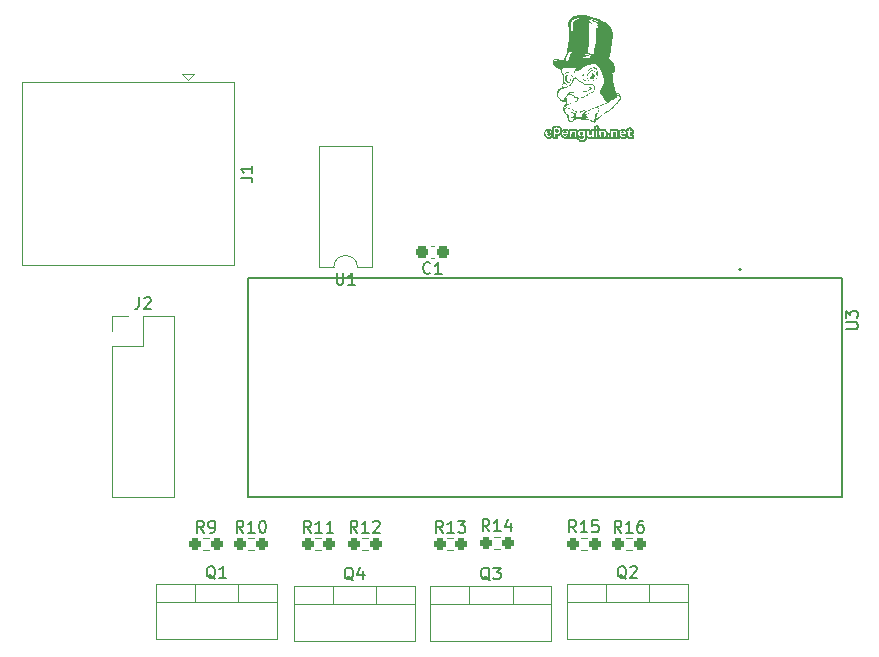
<source format=gto>
G04 #@! TF.GenerationSoftware,KiCad,Pcbnew,6.0.6*
G04 #@! TF.CreationDate,2022-08-23T19:51:20-05:00*
G04 #@! TF.ProjectId,Penguinator-Glue-Board,50656e67-7569-46e6-9174-6f722d476c75,rev?*
G04 #@! TF.SameCoordinates,Original*
G04 #@! TF.FileFunction,Legend,Top*
G04 #@! TF.FilePolarity,Positive*
%FSLAX46Y46*%
G04 Gerber Fmt 4.6, Leading zero omitted, Abs format (unit mm)*
G04 Created by KiCad (PCBNEW 6.0.6) date 2022-08-23 19:51:20*
%MOMM*%
%LPD*%
G01*
G04 APERTURE LIST*
G04 Aperture macros list*
%AMRoundRect*
0 Rectangle with rounded corners*
0 $1 Rounding radius*
0 $2 $3 $4 $5 $6 $7 $8 $9 X,Y pos of 4 corners*
0 Add a 4 corners polygon primitive as box body*
4,1,4,$2,$3,$4,$5,$6,$7,$8,$9,$2,$3,0*
0 Add four circle primitives for the rounded corners*
1,1,$1+$1,$2,$3*
1,1,$1+$1,$4,$5*
1,1,$1+$1,$6,$7*
1,1,$1+$1,$8,$9*
0 Add four rect primitives between the rounded corners*
20,1,$1+$1,$2,$3,$4,$5,0*
20,1,$1+$1,$4,$5,$6,$7,0*
20,1,$1+$1,$6,$7,$8,$9,0*
20,1,$1+$1,$8,$9,$2,$3,0*%
G04 Aperture macros list end*
%ADD10C,0.150000*%
%ADD11C,0.010000*%
%ADD12C,0.120000*%
%ADD13C,0.127000*%
%ADD14C,0.200000*%
%ADD15RoundRect,0.237500X0.300000X0.237500X-0.300000X0.237500X-0.300000X-0.237500X0.300000X-0.237500X0*%
%ADD16R,1.530000X1.530000*%
%ADD17C,1.530000*%
%ADD18R,2.400000X1.600000*%
%ADD19O,2.400000X1.600000*%
%ADD20RoundRect,0.237500X-0.250000X-0.237500X0.250000X-0.237500X0.250000X0.237500X-0.250000X0.237500X0*%
%ADD21R,1.905000X2.000000*%
%ADD22O,1.905000X2.000000*%
%ADD23R,1.700000X1.700000*%
%ADD24O,1.700000X1.700000*%
%ADD25C,3.200000*%
%ADD26R,1.500000X1.500000*%
%ADD27C,1.500000*%
%ADD28C,3.100000*%
%ADD29C,4.700000*%
G04 APERTURE END LIST*
D10*
X30694333Y-25536142D02*
X30646714Y-25583761D01*
X30503857Y-25631380D01*
X30408619Y-25631380D01*
X30265761Y-25583761D01*
X30170523Y-25488523D01*
X30122904Y-25393285D01*
X30075285Y-25202809D01*
X30075285Y-25059952D01*
X30122904Y-24869476D01*
X30170523Y-24774238D01*
X30265761Y-24679000D01*
X30408619Y-24631380D01*
X30503857Y-24631380D01*
X30646714Y-24679000D01*
X30694333Y-24726619D01*
X31646714Y-25631380D02*
X31075285Y-25631380D01*
X31361000Y-25631380D02*
X31361000Y-24631380D01*
X31265761Y-24774238D01*
X31170523Y-24869476D01*
X31075285Y-24917095D01*
X65873380Y-30299404D02*
X66682904Y-30299404D01*
X66778142Y-30251785D01*
X66825761Y-30204166D01*
X66873380Y-30108928D01*
X66873380Y-29918452D01*
X66825761Y-29823214D01*
X66778142Y-29775595D01*
X66682904Y-29727976D01*
X65873380Y-29727976D01*
X65873380Y-29347023D02*
X65873380Y-28727976D01*
X66254333Y-29061309D01*
X66254333Y-28918452D01*
X66301952Y-28823214D01*
X66349571Y-28775595D01*
X66444809Y-28727976D01*
X66682904Y-28727976D01*
X66778142Y-28775595D01*
X66825761Y-28823214D01*
X66873380Y-28918452D01*
X66873380Y-29204166D01*
X66825761Y-29299404D01*
X66778142Y-29347023D01*
X22748095Y-25521380D02*
X22748095Y-26330904D01*
X22795714Y-26426142D01*
X22843333Y-26473761D01*
X22938571Y-26521380D01*
X23129047Y-26521380D01*
X23224285Y-26473761D01*
X23271904Y-26426142D01*
X23319523Y-26330904D01*
X23319523Y-25521380D01*
X24319523Y-26521380D02*
X23748095Y-26521380D01*
X24033809Y-26521380D02*
X24033809Y-25521380D01*
X23938571Y-25664238D01*
X23843333Y-25759476D01*
X23748095Y-25807095D01*
X46855142Y-47536380D02*
X46521809Y-47060190D01*
X46283714Y-47536380D02*
X46283714Y-46536380D01*
X46664666Y-46536380D01*
X46759904Y-46584000D01*
X46807523Y-46631619D01*
X46855142Y-46726857D01*
X46855142Y-46869714D01*
X46807523Y-46964952D01*
X46759904Y-47012571D01*
X46664666Y-47060190D01*
X46283714Y-47060190D01*
X47807523Y-47536380D02*
X47236095Y-47536380D01*
X47521809Y-47536380D02*
X47521809Y-46536380D01*
X47426571Y-46679238D01*
X47331333Y-46774476D01*
X47236095Y-46822095D01*
X48664666Y-46536380D02*
X48474190Y-46536380D01*
X48378952Y-46584000D01*
X48331333Y-46631619D01*
X48236095Y-46774476D01*
X48188476Y-46964952D01*
X48188476Y-47345904D01*
X48236095Y-47441142D01*
X48283714Y-47488761D01*
X48378952Y-47536380D01*
X48569428Y-47536380D01*
X48664666Y-47488761D01*
X48712285Y-47441142D01*
X48759904Y-47345904D01*
X48759904Y-47107809D01*
X48712285Y-47012571D01*
X48664666Y-46964952D01*
X48569428Y-46917333D01*
X48378952Y-46917333D01*
X48283714Y-46964952D01*
X48236095Y-47012571D01*
X48188476Y-47107809D01*
X43029142Y-47488380D02*
X42695809Y-47012190D01*
X42457714Y-47488380D02*
X42457714Y-46488380D01*
X42838666Y-46488380D01*
X42933904Y-46536000D01*
X42981523Y-46583619D01*
X43029142Y-46678857D01*
X43029142Y-46821714D01*
X42981523Y-46916952D01*
X42933904Y-46964571D01*
X42838666Y-47012190D01*
X42457714Y-47012190D01*
X43981523Y-47488380D02*
X43410095Y-47488380D01*
X43695809Y-47488380D02*
X43695809Y-46488380D01*
X43600571Y-46631238D01*
X43505333Y-46726476D01*
X43410095Y-46774095D01*
X44886285Y-46488380D02*
X44410095Y-46488380D01*
X44362476Y-46964571D01*
X44410095Y-46916952D01*
X44505333Y-46869333D01*
X44743428Y-46869333D01*
X44838666Y-46916952D01*
X44886285Y-46964571D01*
X44933904Y-47059809D01*
X44933904Y-47297904D01*
X44886285Y-47393142D01*
X44838666Y-47440761D01*
X44743428Y-47488380D01*
X44505333Y-47488380D01*
X44410095Y-47440761D01*
X44362476Y-47393142D01*
X35679142Y-47409380D02*
X35345809Y-46933190D01*
X35107714Y-47409380D02*
X35107714Y-46409380D01*
X35488666Y-46409380D01*
X35583904Y-46457000D01*
X35631523Y-46504619D01*
X35679142Y-46599857D01*
X35679142Y-46742714D01*
X35631523Y-46837952D01*
X35583904Y-46885571D01*
X35488666Y-46933190D01*
X35107714Y-46933190D01*
X36631523Y-47409380D02*
X36060095Y-47409380D01*
X36345809Y-47409380D02*
X36345809Y-46409380D01*
X36250571Y-46552238D01*
X36155333Y-46647476D01*
X36060095Y-46695095D01*
X37488666Y-46742714D02*
X37488666Y-47409380D01*
X37250571Y-46361761D02*
X37012476Y-47076047D01*
X37631523Y-47076047D01*
X31742142Y-47536380D02*
X31408809Y-47060190D01*
X31170714Y-47536380D02*
X31170714Y-46536380D01*
X31551666Y-46536380D01*
X31646904Y-46584000D01*
X31694523Y-46631619D01*
X31742142Y-46726857D01*
X31742142Y-46869714D01*
X31694523Y-46964952D01*
X31646904Y-47012571D01*
X31551666Y-47060190D01*
X31170714Y-47060190D01*
X32694523Y-47536380D02*
X32123095Y-47536380D01*
X32408809Y-47536380D02*
X32408809Y-46536380D01*
X32313571Y-46679238D01*
X32218333Y-46774476D01*
X32123095Y-46822095D01*
X33027857Y-46536380D02*
X33646904Y-46536380D01*
X33313571Y-46917333D01*
X33456428Y-46917333D01*
X33551666Y-46964952D01*
X33599285Y-47012571D01*
X33646904Y-47107809D01*
X33646904Y-47345904D01*
X33599285Y-47441142D01*
X33551666Y-47488761D01*
X33456428Y-47536380D01*
X33170714Y-47536380D01*
X33075476Y-47488761D01*
X33027857Y-47441142D01*
X24503142Y-47536380D02*
X24169809Y-47060190D01*
X23931714Y-47536380D02*
X23931714Y-46536380D01*
X24312666Y-46536380D01*
X24407904Y-46584000D01*
X24455523Y-46631619D01*
X24503142Y-46726857D01*
X24503142Y-46869714D01*
X24455523Y-46964952D01*
X24407904Y-47012571D01*
X24312666Y-47060190D01*
X23931714Y-47060190D01*
X25455523Y-47536380D02*
X24884095Y-47536380D01*
X25169809Y-47536380D02*
X25169809Y-46536380D01*
X25074571Y-46679238D01*
X24979333Y-46774476D01*
X24884095Y-46822095D01*
X25836476Y-46631619D02*
X25884095Y-46584000D01*
X25979333Y-46536380D01*
X26217428Y-46536380D01*
X26312666Y-46584000D01*
X26360285Y-46631619D01*
X26407904Y-46726857D01*
X26407904Y-46822095D01*
X26360285Y-46964952D01*
X25788857Y-47536380D01*
X26407904Y-47536380D01*
X20566142Y-47536380D02*
X20232809Y-47060190D01*
X19994714Y-47536380D02*
X19994714Y-46536380D01*
X20375666Y-46536380D01*
X20470904Y-46584000D01*
X20518523Y-46631619D01*
X20566142Y-46726857D01*
X20566142Y-46869714D01*
X20518523Y-46964952D01*
X20470904Y-47012571D01*
X20375666Y-47060190D01*
X19994714Y-47060190D01*
X21518523Y-47536380D02*
X20947095Y-47536380D01*
X21232809Y-47536380D02*
X21232809Y-46536380D01*
X21137571Y-46679238D01*
X21042333Y-46774476D01*
X20947095Y-46822095D01*
X22470904Y-47536380D02*
X21899476Y-47536380D01*
X22185190Y-47536380D02*
X22185190Y-46536380D01*
X22089952Y-46679238D01*
X21994714Y-46774476D01*
X21899476Y-46822095D01*
X14851142Y-47536380D02*
X14517809Y-47060190D01*
X14279714Y-47536380D02*
X14279714Y-46536380D01*
X14660666Y-46536380D01*
X14755904Y-46584000D01*
X14803523Y-46631619D01*
X14851142Y-46726857D01*
X14851142Y-46869714D01*
X14803523Y-46964952D01*
X14755904Y-47012571D01*
X14660666Y-47060190D01*
X14279714Y-47060190D01*
X15803523Y-47536380D02*
X15232095Y-47536380D01*
X15517809Y-47536380D02*
X15517809Y-46536380D01*
X15422571Y-46679238D01*
X15327333Y-46774476D01*
X15232095Y-46822095D01*
X16422571Y-46536380D02*
X16517809Y-46536380D01*
X16613047Y-46584000D01*
X16660666Y-46631619D01*
X16708285Y-46726857D01*
X16755904Y-46917333D01*
X16755904Y-47155428D01*
X16708285Y-47345904D01*
X16660666Y-47441142D01*
X16613047Y-47488761D01*
X16517809Y-47536380D01*
X16422571Y-47536380D01*
X16327333Y-47488761D01*
X16279714Y-47441142D01*
X16232095Y-47345904D01*
X16184476Y-47155428D01*
X16184476Y-46917333D01*
X16232095Y-46726857D01*
X16279714Y-46631619D01*
X16327333Y-46584000D01*
X16422571Y-46536380D01*
X11517333Y-47536380D02*
X11184000Y-47060190D01*
X10945904Y-47536380D02*
X10945904Y-46536380D01*
X11326857Y-46536380D01*
X11422095Y-46584000D01*
X11469714Y-46631619D01*
X11517333Y-46726857D01*
X11517333Y-46869714D01*
X11469714Y-46964952D01*
X11422095Y-47012571D01*
X11326857Y-47060190D01*
X10945904Y-47060190D01*
X11993523Y-47536380D02*
X12184000Y-47536380D01*
X12279238Y-47488761D01*
X12326857Y-47441142D01*
X12422095Y-47298285D01*
X12469714Y-47107809D01*
X12469714Y-46726857D01*
X12422095Y-46631619D01*
X12374476Y-46584000D01*
X12279238Y-46536380D01*
X12088761Y-46536380D01*
X11993523Y-46584000D01*
X11945904Y-46631619D01*
X11898285Y-46726857D01*
X11898285Y-46964952D01*
X11945904Y-47060190D01*
X11993523Y-47107809D01*
X12088761Y-47155428D01*
X12279238Y-47155428D01*
X12374476Y-47107809D01*
X12422095Y-47060190D01*
X12469714Y-46964952D01*
X24161761Y-51578619D02*
X24066523Y-51531000D01*
X23971285Y-51435761D01*
X23828428Y-51292904D01*
X23733190Y-51245285D01*
X23637952Y-51245285D01*
X23685571Y-51483380D02*
X23590333Y-51435761D01*
X23495095Y-51340523D01*
X23447476Y-51150047D01*
X23447476Y-50816714D01*
X23495095Y-50626238D01*
X23590333Y-50531000D01*
X23685571Y-50483380D01*
X23876047Y-50483380D01*
X23971285Y-50531000D01*
X24066523Y-50626238D01*
X24114142Y-50816714D01*
X24114142Y-51150047D01*
X24066523Y-51340523D01*
X23971285Y-51435761D01*
X23876047Y-51483380D01*
X23685571Y-51483380D01*
X24971285Y-50816714D02*
X24971285Y-51483380D01*
X24733190Y-50435761D02*
X24495095Y-51150047D01*
X25114142Y-51150047D01*
X35718761Y-51578619D02*
X35623523Y-51531000D01*
X35528285Y-51435761D01*
X35385428Y-51292904D01*
X35290190Y-51245285D01*
X35194952Y-51245285D01*
X35242571Y-51483380D02*
X35147333Y-51435761D01*
X35052095Y-51340523D01*
X35004476Y-51150047D01*
X35004476Y-50816714D01*
X35052095Y-50626238D01*
X35147333Y-50531000D01*
X35242571Y-50483380D01*
X35433047Y-50483380D01*
X35528285Y-50531000D01*
X35623523Y-50626238D01*
X35671142Y-50816714D01*
X35671142Y-51150047D01*
X35623523Y-51340523D01*
X35528285Y-51435761D01*
X35433047Y-51483380D01*
X35242571Y-51483380D01*
X36004476Y-50483380D02*
X36623523Y-50483380D01*
X36290190Y-50864333D01*
X36433047Y-50864333D01*
X36528285Y-50911952D01*
X36575904Y-50959571D01*
X36623523Y-51054809D01*
X36623523Y-51292904D01*
X36575904Y-51388142D01*
X36528285Y-51435761D01*
X36433047Y-51483380D01*
X36147333Y-51483380D01*
X36052095Y-51435761D01*
X36004476Y-51388142D01*
X47275761Y-51451619D02*
X47180523Y-51404000D01*
X47085285Y-51308761D01*
X46942428Y-51165904D01*
X46847190Y-51118285D01*
X46751952Y-51118285D01*
X46799571Y-51356380D02*
X46704333Y-51308761D01*
X46609095Y-51213523D01*
X46561476Y-51023047D01*
X46561476Y-50689714D01*
X46609095Y-50499238D01*
X46704333Y-50404000D01*
X46799571Y-50356380D01*
X46990047Y-50356380D01*
X47085285Y-50404000D01*
X47180523Y-50499238D01*
X47228142Y-50689714D01*
X47228142Y-51023047D01*
X47180523Y-51213523D01*
X47085285Y-51308761D01*
X46990047Y-51356380D01*
X46799571Y-51356380D01*
X47609095Y-50451619D02*
X47656714Y-50404000D01*
X47751952Y-50356380D01*
X47990047Y-50356380D01*
X48085285Y-50404000D01*
X48132904Y-50451619D01*
X48180523Y-50546857D01*
X48180523Y-50642095D01*
X48132904Y-50784952D01*
X47561476Y-51356380D01*
X48180523Y-51356380D01*
X12477761Y-51451619D02*
X12382523Y-51404000D01*
X12287285Y-51308761D01*
X12144428Y-51165904D01*
X12049190Y-51118285D01*
X11953952Y-51118285D01*
X12001571Y-51356380D02*
X11906333Y-51308761D01*
X11811095Y-51213523D01*
X11763476Y-51023047D01*
X11763476Y-50689714D01*
X11811095Y-50499238D01*
X11906333Y-50404000D01*
X12001571Y-50356380D01*
X12192047Y-50356380D01*
X12287285Y-50404000D01*
X12382523Y-50499238D01*
X12430142Y-50689714D01*
X12430142Y-51023047D01*
X12382523Y-51213523D01*
X12287285Y-51308761D01*
X12192047Y-51356380D01*
X12001571Y-51356380D01*
X13382523Y-51356380D02*
X12811095Y-51356380D01*
X13096809Y-51356380D02*
X13096809Y-50356380D01*
X13001571Y-50499238D01*
X12906333Y-50594476D01*
X12811095Y-50642095D01*
X6016666Y-27602380D02*
X6016666Y-28316666D01*
X5969047Y-28459523D01*
X5873809Y-28554761D01*
X5730952Y-28602380D01*
X5635714Y-28602380D01*
X6445238Y-27697619D02*
X6492857Y-27650000D01*
X6588095Y-27602380D01*
X6826190Y-27602380D01*
X6921428Y-27650000D01*
X6969047Y-27697619D01*
X7016666Y-27792857D01*
X7016666Y-27888095D01*
X6969047Y-28030952D01*
X6397619Y-28602380D01*
X7016666Y-28602380D01*
X14612380Y-17478333D02*
X15326666Y-17478333D01*
X15469523Y-17525952D01*
X15564761Y-17621190D01*
X15612380Y-17764047D01*
X15612380Y-17859285D01*
X15612380Y-16478333D02*
X15612380Y-17049761D01*
X15612380Y-16764047D02*
X14612380Y-16764047D01*
X14755238Y-16859285D01*
X14850476Y-16954523D01*
X14898095Y-17049761D01*
G36*
X44553907Y-13132141D02*
G01*
X44606936Y-13077963D01*
X44677352Y-13046916D01*
X44756855Y-13047368D01*
X44759729Y-13048064D01*
X44836470Y-13086963D01*
X44897658Y-13153912D01*
X44932560Y-13235235D01*
X44936833Y-13273738D01*
X44936833Y-13356167D01*
X45058542Y-13358601D01*
X45153243Y-13359234D01*
X45258397Y-13358126D01*
X45308852Y-13356863D01*
X45385779Y-13356977D01*
X45437430Y-13366576D01*
X45480585Y-13390289D01*
X45507522Y-13411649D01*
X45582663Y-13498490D01*
X45626584Y-13601176D01*
X45635333Y-13670973D01*
X45638156Y-13710689D01*
X45654730Y-13726079D01*
X45697209Y-13724738D01*
X45717256Y-13722150D01*
X45777884Y-13720374D01*
X45812132Y-13732597D01*
X45813755Y-13734748D01*
X45838369Y-13758702D01*
X45856514Y-13741940D01*
X45867555Y-13685674D01*
X45870671Y-13626042D01*
X45874235Y-13543739D01*
X45880829Y-13469090D01*
X45886745Y-13430250D01*
X45889006Y-13419667D01*
X45900314Y-13366750D01*
X46182347Y-13363115D01*
X46464380Y-13359481D01*
X46544890Y-13432217D01*
X46596129Y-13474038D01*
X46625554Y-13485719D01*
X46636661Y-13475607D01*
X46666769Y-13443153D01*
X46725183Y-13409386D01*
X46798455Y-13379993D01*
X46873141Y-13360664D01*
X46919012Y-13356166D01*
X46990629Y-13366242D01*
X47070848Y-13391603D01*
X47099726Y-13404633D01*
X47156427Y-13432430D01*
X47186978Y-13441612D01*
X47202983Y-13432714D01*
X47214438Y-13409925D01*
X47249984Y-13373663D01*
X47290343Y-13360176D01*
X47335313Y-13344329D01*
X47353084Y-13302558D01*
X47353843Y-13296701D01*
X47361284Y-13264257D01*
X47381159Y-13244694D01*
X47423957Y-13232065D01*
X47484625Y-13222559D01*
X47556929Y-13214391D01*
X47602225Y-13216734D01*
X47635076Y-13232098D01*
X47659250Y-13252682D01*
X47694071Y-13290545D01*
X47709612Y-13317627D01*
X47709667Y-13318538D01*
X47724264Y-13343661D01*
X47759838Y-13380129D01*
X47764132Y-13383880D01*
X47796960Y-13420316D01*
X47816693Y-13468179D01*
X47828481Y-13541339D01*
X47830572Y-13562781D01*
X47842546Y-13694833D01*
X47754940Y-13694833D01*
X47694487Y-13699924D01*
X47669090Y-13716663D01*
X47667333Y-13725919D01*
X47681220Y-13747220D01*
X47699872Y-13744518D01*
X47743723Y-13748753D01*
X47789485Y-13789920D01*
X47832442Y-13863141D01*
X47846102Y-13895856D01*
X47866964Y-13979026D01*
X47854364Y-14040793D01*
X47805888Y-14088534D01*
X47777831Y-14104394D01*
X47658293Y-14145752D01*
X47546785Y-14145676D01*
X47443982Y-14104263D01*
X47371332Y-14044426D01*
X47299068Y-13969868D01*
X47234492Y-14032136D01*
X47131091Y-14105751D01*
X47018443Y-14139083D01*
X46901661Y-14131670D01*
X46785859Y-14083053D01*
X46771379Y-14073838D01*
X46717188Y-14034787D01*
X46681272Y-14002855D01*
X46672500Y-13989172D01*
X46656514Y-13970373D01*
X46652611Y-13970000D01*
X46638268Y-13988721D01*
X46627654Y-14035135D01*
X46626153Y-14049375D01*
X46619583Y-14128750D01*
X46488276Y-14135026D01*
X46397415Y-14134574D01*
X46335534Y-14118849D01*
X46297318Y-14081663D01*
X46277455Y-14016824D01*
X46270632Y-13918142D01*
X46270333Y-13881100D01*
X46267746Y-13790325D01*
X46261053Y-13739529D01*
X46251861Y-13726741D01*
X46241775Y-13749994D01*
X46232399Y-13807318D01*
X46225338Y-13896746D01*
X46223607Y-13938409D01*
X46217417Y-14128750D01*
X46093922Y-14135151D01*
X46018286Y-14134758D01*
X45961437Y-14126344D01*
X45941489Y-14117535D01*
X45908095Y-14104847D01*
X45856051Y-14114369D01*
X45835917Y-14121229D01*
X45779069Y-14137181D01*
X45735685Y-14132085D01*
X45693523Y-14111199D01*
X45648306Y-14088067D01*
X45624401Y-14087603D01*
X45609329Y-14106395D01*
X45574562Y-14130124D01*
X45513663Y-14140682D01*
X45440572Y-14138548D01*
X45369229Y-14124202D01*
X45313573Y-14098124D01*
X45310946Y-14096126D01*
X45283345Y-14070598D01*
X45266191Y-14040013D01*
X45256361Y-13993451D01*
X45250734Y-13919994D01*
X45248900Y-13879167D01*
X45241783Y-13705417D01*
X45237475Y-13896975D01*
X45233458Y-13984136D01*
X45226352Y-14055431D01*
X45217401Y-14100077D01*
X45213061Y-14108642D01*
X45186396Y-14114390D01*
X45121740Y-14119101D01*
X45023425Y-14122651D01*
X44895784Y-14124918D01*
X44743147Y-14125780D01*
X44619723Y-14125458D01*
X44046489Y-14122166D01*
X43974490Y-14067250D01*
X43928321Y-14033530D01*
X43897998Y-14014157D01*
X43893248Y-14012333D01*
X43885571Y-14031178D01*
X43876910Y-14078769D01*
X43873487Y-14105650D01*
X43841878Y-14217073D01*
X43779047Y-14306710D01*
X43692043Y-14370867D01*
X43587916Y-14405853D01*
X43473714Y-14407974D01*
X43359465Y-14374904D01*
X43299939Y-14338154D01*
X43230735Y-14281468D01*
X43176315Y-14227202D01*
X43122819Y-14169657D01*
X43083239Y-14137035D01*
X43043762Y-14122275D01*
X42990577Y-14118311D01*
X42963089Y-14118167D01*
X42884689Y-14113795D01*
X42831851Y-14096187D01*
X42799682Y-14058599D01*
X42783286Y-13994289D01*
X42777770Y-13896515D01*
X42777509Y-13862500D01*
X42775565Y-13772193D01*
X42769981Y-13722433D01*
X42760522Y-13711572D01*
X42756667Y-13716000D01*
X42747318Y-13750718D01*
X42740117Y-13815867D01*
X42736208Y-13899556D01*
X42735824Y-13932958D01*
X42735500Y-14118167D01*
X42604572Y-14118167D01*
X42522351Y-14114671D01*
X42468513Y-14101953D01*
X42429516Y-14076666D01*
X42426904Y-14074256D01*
X42380164Y-14030345D01*
X42294092Y-14074256D01*
X42197954Y-14107022D01*
X42092990Y-14117150D01*
X41996529Y-14103925D01*
X41956574Y-14088161D01*
X41892890Y-14043678D01*
X41859616Y-14012333D01*
X42439167Y-14012333D01*
X42629667Y-14012333D01*
X42629667Y-13854961D01*
X42633101Y-13740763D01*
X42644904Y-13662797D01*
X42667328Y-13615406D01*
X42702623Y-13592934D01*
X42735500Y-13589000D01*
X42780942Y-13597630D01*
X42811967Y-13627293D01*
X42830825Y-13683644D01*
X42839768Y-13772341D01*
X42841333Y-13854961D01*
X42841333Y-14012333D01*
X43031833Y-14012333D01*
X43036105Y-13827125D01*
X43038074Y-13707248D01*
X43116500Y-13707248D01*
X43133234Y-13781889D01*
X43176093Y-13859404D01*
X43234063Y-13922349D01*
X43265302Y-13942921D01*
X43343524Y-13965043D01*
X43436073Y-13967140D01*
X43519860Y-13948995D01*
X43528343Y-13945395D01*
X43578316Y-13930688D01*
X43600020Y-13947074D01*
X43595934Y-13996550D01*
X43595260Y-13999284D01*
X43561672Y-14066038D01*
X43507673Y-14107343D01*
X43444433Y-14119738D01*
X43383122Y-14099762D01*
X43354418Y-14073901D01*
X43320096Y-14040183D01*
X43274552Y-14013980D01*
X43204315Y-13988027D01*
X43182128Y-13980979D01*
X43149033Y-13973663D01*
X43137789Y-13987005D01*
X43142005Y-14030757D01*
X43143478Y-14039943D01*
X43179798Y-14147380D01*
X43249728Y-14229077D01*
X43316696Y-14270042D01*
X43417000Y-14298557D01*
X43521481Y-14297637D01*
X43614669Y-14268206D01*
X43642793Y-14250573D01*
X43688716Y-14212036D01*
X43722997Y-14169866D01*
X43747667Y-14117012D01*
X43764756Y-14046425D01*
X43776297Y-13951053D01*
X43784319Y-13823846D01*
X43787573Y-13747981D01*
X43793576Y-13594263D01*
X43882968Y-13594263D01*
X43883219Y-13735529D01*
X43895649Y-13841676D01*
X43921849Y-13918570D01*
X43963407Y-13972077D01*
X43990701Y-13992053D01*
X44080593Y-14028417D01*
X44169066Y-14023859D01*
X44227326Y-14000349D01*
X44276729Y-13981640D01*
X44297882Y-13989896D01*
X44321515Y-14002874D01*
X44373422Y-14010976D01*
X44409430Y-14012333D01*
X44513500Y-14012333D01*
X44513500Y-13419667D01*
X44598167Y-13419667D01*
X44598167Y-14012333D01*
X44809833Y-14012333D01*
X44809833Y-13712472D01*
X44915667Y-13712472D01*
X44916705Y-13819901D01*
X44919552Y-13911871D01*
X44923809Y-13980233D01*
X44929075Y-14016835D01*
X44930774Y-14020385D01*
X44959745Y-14028517D01*
X45013313Y-14030178D01*
X45031315Y-14029204D01*
X45116750Y-14022917D01*
X45122927Y-13833519D01*
X45128136Y-13745693D01*
X45136786Y-13672622D01*
X45147349Y-13625708D01*
X45151977Y-13616560D01*
X45196617Y-13590879D01*
X45250643Y-13603271D01*
X45279125Y-13624030D01*
X45298451Y-13648838D01*
X45310237Y-13686812D01*
X45316143Y-13747485D01*
X45317830Y-13840391D01*
X45317833Y-13846280D01*
X45317833Y-14033500D01*
X45504533Y-14033500D01*
X45516042Y-13895333D01*
X45613721Y-13895333D01*
X45627920Y-13954570D01*
X45660219Y-14004415D01*
X45706745Y-14031689D01*
X45723280Y-14033500D01*
X45931667Y-14033500D01*
X46122167Y-14033500D01*
X46122167Y-13855928D01*
X46128436Y-13733410D01*
X46147709Y-13649949D01*
X46180687Y-13604096D01*
X46228069Y-13594403D01*
X46246401Y-13598706D01*
X46286953Y-13624094D01*
X46313844Y-13673598D01*
X46328868Y-13752906D01*
X46333817Y-13867708D01*
X46333833Y-13876128D01*
X46333833Y-14033500D01*
X46524333Y-14033500D01*
X46526841Y-13827125D01*
X46527578Y-13695431D01*
X46526450Y-13651813D01*
X46614398Y-13651813D01*
X46618437Y-13761389D01*
X46650567Y-13858438D01*
X46712503Y-13948643D01*
X46797851Y-14007555D01*
X46898892Y-14032566D01*
X47007908Y-14021072D01*
X47066908Y-13998990D01*
X47123725Y-13963963D01*
X47167449Y-13922748D01*
X47189850Y-13884846D01*
X47185595Y-13861967D01*
X47148915Y-13843664D01*
X47097114Y-13832752D01*
X47048710Y-13831524D01*
X47022516Y-13841761D01*
X46987883Y-13862325D01*
X46933629Y-13862448D01*
X46874462Y-13846450D01*
X46825095Y-13818657D01*
X46800238Y-13783391D01*
X46799500Y-13776219D01*
X46819170Y-13768711D01*
X46872206Y-13762755D01*
X46949651Y-13759108D01*
X47011167Y-13758333D01*
X47107265Y-13757897D01*
X47168731Y-13755432D01*
X47203265Y-13749201D01*
X47218567Y-13737468D01*
X47222338Y-13718497D01*
X47222368Y-13710708D01*
X47207596Y-13635496D01*
X47170788Y-13555744D01*
X47132119Y-13502861D01*
X47265167Y-13502861D01*
X47269219Y-13558588D01*
X47285607Y-13584824D01*
X47311152Y-13592819D01*
X47334828Y-13599459D01*
X47348093Y-13616927D01*
X47353355Y-13654645D01*
X47353017Y-13722035D01*
X47352065Y-13753059D01*
X47351157Y-13857916D01*
X47358574Y-13929477D01*
X47377195Y-13976427D01*
X47409897Y-14007453D01*
X47441812Y-14023959D01*
X47517114Y-14049328D01*
X47581591Y-14049324D01*
X47639458Y-14032027D01*
X47712857Y-13996650D01*
X47749173Y-13956641D01*
X47753553Y-13904355D01*
X47746110Y-13873586D01*
X47722484Y-13816972D01*
X47698762Y-13802089D01*
X47677917Y-13821833D01*
X47644716Y-13842145D01*
X47600650Y-13835231D01*
X47563939Y-13804626D01*
X47560652Y-13799082D01*
X47547762Y-13744975D01*
X47550891Y-13673853D01*
X47551184Y-13672082D01*
X47563032Y-13618667D01*
X47583565Y-13595075D01*
X47626951Y-13589150D01*
X47648027Y-13589000D01*
X47701892Y-13585874D01*
X47725519Y-13571582D01*
X47730832Y-13538754D01*
X47730833Y-13537814D01*
X47722629Y-13467753D01*
X47694592Y-13430626D01*
X47641585Y-13419667D01*
X47641132Y-13419667D01*
X47599009Y-13416612D01*
X47584175Y-13399023D01*
X47587761Y-13354257D01*
X47589150Y-13345583D01*
X47594777Y-13297073D01*
X47582991Y-13276347D01*
X47543086Y-13271584D01*
X47522069Y-13271500D01*
X47446260Y-13282507D01*
X47404016Y-13317089D01*
X47392167Y-13370983D01*
X47384359Y-13406010D01*
X47352744Y-13418718D01*
X47328667Y-13419667D01*
X47287697Y-13423105D01*
X47269666Y-13441572D01*
X47265241Y-13487294D01*
X47265167Y-13502861D01*
X47132119Y-13502861D01*
X47121234Y-13487975D01*
X47077381Y-13452820D01*
X46980369Y-13423041D01*
X46875508Y-13423799D01*
X46775044Y-13452156D01*
X46691224Y-13505178D01*
X46648913Y-13555556D01*
X46614398Y-13651813D01*
X46526450Y-13651813D01*
X46525094Y-13599402D01*
X46517880Y-13532402D01*
X46504426Y-13487796D01*
X46483222Y-13458949D01*
X46452759Y-13439227D01*
X46436963Y-13432120D01*
X46371403Y-13416921D01*
X46288850Y-13422348D01*
X46180113Y-13449095D01*
X46169792Y-13452243D01*
X46131328Y-13455827D01*
X46122167Y-13443302D01*
X46102815Y-13428322D01*
X46051549Y-13420340D01*
X46026917Y-13419667D01*
X45931667Y-13419667D01*
X45931667Y-14033500D01*
X45723280Y-14033500D01*
X45766701Y-14019244D01*
X45804667Y-13991167D01*
X45842582Y-13931130D01*
X45845473Y-13871888D01*
X45819961Y-13821841D01*
X45772667Y-13789390D01*
X45710210Y-13782934D01*
X45655108Y-13801411D01*
X45621493Y-13839887D01*
X45613721Y-13895333D01*
X45516042Y-13895333D01*
X45519629Y-13852279D01*
X45527445Y-13701832D01*
X45521663Y-13587488D01*
X45500910Y-13504823D01*
X45463814Y-13449409D01*
X45409003Y-13416823D01*
X45382304Y-13409296D01*
X45326311Y-13408326D01*
X45255610Y-13421196D01*
X45231041Y-13428676D01*
X45170503Y-13445015D01*
X45135516Y-13444831D01*
X45130861Y-13440246D01*
X45107488Y-13428346D01*
X45055763Y-13420914D01*
X45019736Y-13419667D01*
X44915667Y-13419667D01*
X44915667Y-13712472D01*
X44809833Y-13712472D01*
X44809833Y-13419667D01*
X44598167Y-13419667D01*
X44513500Y-13419667D01*
X44301833Y-13419667D01*
X44301833Y-13576072D01*
X44299035Y-13667632D01*
X44289133Y-13728745D01*
X44269867Y-13771019D01*
X44261715Y-13782020D01*
X44226327Y-13815691D01*
X44188107Y-13818473D01*
X44161174Y-13810366D01*
X44132866Y-13798937D01*
X44114856Y-13782831D01*
X44104425Y-13753155D01*
X44098855Y-13701014D01*
X44095427Y-13617515D01*
X44094649Y-13592707D01*
X44088548Y-13396246D01*
X43988816Y-13402665D01*
X43889083Y-13409083D01*
X43882968Y-13594263D01*
X43793576Y-13594263D01*
X43800505Y-13416836D01*
X43675461Y-13419948D01*
X43583106Y-13419106D01*
X43487612Y-13413486D01*
X43444583Y-13408893D01*
X43373308Y-13403271D01*
X43322268Y-13412772D01*
X43270824Y-13441500D01*
X43266817Y-13444239D01*
X43191996Y-13515497D01*
X43139083Y-13605076D01*
X43116723Y-13697851D01*
X43116500Y-13707248D01*
X43038074Y-13707248D01*
X43038171Y-13701346D01*
X43036982Y-13610256D01*
X43031536Y-13546271D01*
X43020832Y-13501807D01*
X43003869Y-13469281D01*
X42986013Y-13447705D01*
X42920385Y-13407552D01*
X42833540Y-13400260D01*
X42731449Y-13426241D01*
X42723307Y-13429558D01*
X42673622Y-13447916D01*
X42648976Y-13447425D01*
X42637056Y-13429558D01*
X42605945Y-13406539D01*
X42535724Y-13398511D01*
X42532152Y-13398500D01*
X42439167Y-13398500D01*
X42439167Y-14012333D01*
X41859616Y-14012333D01*
X41824458Y-13979213D01*
X41764011Y-13908372D01*
X41724280Y-13844762D01*
X41720653Y-13836048D01*
X41698119Y-13776180D01*
X41628457Y-13819233D01*
X41559457Y-13851546D01*
X41481412Y-13874449D01*
X41470832Y-13876352D01*
X41382869Y-13890418D01*
X41376559Y-13999001D01*
X41370250Y-14107583D01*
X41219022Y-14113757D01*
X41138978Y-14115837D01*
X41089123Y-14111940D01*
X41057416Y-14099005D01*
X41031812Y-14073973D01*
X41023943Y-14064183D01*
X40980092Y-14008436D01*
X40912527Y-14056546D01*
X40828036Y-14096060D01*
X40732809Y-14113957D01*
X40653212Y-14115487D01*
X40590208Y-14100597D01*
X40527807Y-14068844D01*
X40421849Y-13988186D01*
X40345614Y-13891965D01*
X40299653Y-13786717D01*
X40285304Y-13684580D01*
X40343979Y-13684580D01*
X40362025Y-13793776D01*
X40412379Y-13888308D01*
X40488106Y-13960764D01*
X40582270Y-14003730D01*
X40650583Y-14012333D01*
X40755224Y-13993023D01*
X40809509Y-13964708D01*
X40869111Y-13916914D01*
X40906437Y-13872398D01*
X40915409Y-13839080D01*
X40911301Y-13832079D01*
X40879235Y-13822066D01*
X40820043Y-13819269D01*
X40748301Y-13823616D01*
X40686790Y-13833199D01*
X40624475Y-13836790D01*
X40577704Y-13812311D01*
X40575665Y-13810494D01*
X40544548Y-13776510D01*
X40534167Y-13755819D01*
X40553819Y-13747972D01*
X40606729Y-13740682D01*
X40683819Y-13734968D01*
X40740542Y-13732641D01*
X40946917Y-13726583D01*
X40939485Y-13652603D01*
X40912481Y-13543263D01*
X40856386Y-13464609D01*
X40770989Y-13416456D01*
X40656076Y-13398624D01*
X40644181Y-13398500D01*
X40529707Y-13415977D01*
X40439073Y-13465732D01*
X40376492Y-13543747D01*
X40346182Y-13646004D01*
X40343979Y-13684580D01*
X40285304Y-13684580D01*
X40284517Y-13678981D01*
X40300757Y-13575292D01*
X40348925Y-13482188D01*
X40429572Y-13406206D01*
X40469947Y-13382625D01*
X40590763Y-13343628D01*
X40715036Y-13342745D01*
X40833151Y-13378660D01*
X40930753Y-13445533D01*
X40978667Y-13490546D01*
X40978667Y-13213292D01*
X41039728Y-13213292D01*
X41040500Y-13238565D01*
X41041172Y-13299223D01*
X41041701Y-13388315D01*
X41042047Y-13498893D01*
X41042167Y-13620750D01*
X41042167Y-14012333D01*
X41275000Y-14012333D01*
X41275000Y-13784886D01*
X41382410Y-13774565D01*
X41494155Y-13746905D01*
X41583274Y-13692175D01*
X41610493Y-13660663D01*
X41751831Y-13660663D01*
X41754422Y-13756735D01*
X41787938Y-13850507D01*
X41853947Y-13934422D01*
X41901640Y-13971658D01*
X41975124Y-14001001D01*
X42065700Y-14011768D01*
X42152508Y-14002746D01*
X42191850Y-13988521D01*
X42240779Y-13957366D01*
X42288887Y-13917891D01*
X42323613Y-13881318D01*
X42333333Y-13862118D01*
X42314978Y-13841796D01*
X42271108Y-13824056D01*
X42218513Y-13812972D01*
X42173987Y-13812617D01*
X42157818Y-13819549D01*
X42115692Y-13838067D01*
X42055853Y-13841827D01*
X42000176Y-13831064D01*
X41977733Y-13817600D01*
X41951548Y-13784189D01*
X41953516Y-13761041D01*
X41987189Y-13746557D01*
X42056119Y-13739135D01*
X42156203Y-13737167D01*
X42360074Y-13737167D01*
X42348609Y-13651693D01*
X42316159Y-13543709D01*
X42253803Y-13464264D01*
X42165207Y-13416110D01*
X42054037Y-13402001D01*
X42019345Y-13404527D01*
X41913922Y-13434224D01*
X41833149Y-13491851D01*
X41778596Y-13569850D01*
X41751831Y-13660663D01*
X41610493Y-13660663D01*
X41647803Y-13617469D01*
X41685778Y-13529879D01*
X41695235Y-13436498D01*
X41674210Y-13344418D01*
X41620740Y-13260732D01*
X41542121Y-13197788D01*
X41425758Y-13146402D01*
X41308956Y-13131996D01*
X41180456Y-13153425D01*
X41161437Y-13159051D01*
X41096855Y-13181482D01*
X41052864Y-13201516D01*
X41039728Y-13213292D01*
X40978667Y-13213292D01*
X40978667Y-13163506D01*
X41058042Y-13128910D01*
X41120995Y-13109712D01*
X41206657Y-13093869D01*
X41287516Y-13085513D01*
X41379008Y-13083206D01*
X41445353Y-13090763D01*
X41503084Y-13110630D01*
X41523195Y-13120372D01*
X41622574Y-13185494D01*
X41710986Y-13269441D01*
X41773041Y-13357375D01*
X41804180Y-13417591D01*
X41894132Y-13376760D01*
X42017735Y-13342042D01*
X42140555Y-13347702D01*
X42255524Y-13392815D01*
X42309273Y-13431063D01*
X42358932Y-13469923D01*
X42385235Y-13478614D01*
X42395419Y-13456227D01*
X42396833Y-13420070D01*
X42402380Y-13398500D01*
X42409585Y-13370487D01*
X42450376Y-13343120D01*
X42523005Y-13336472D01*
X42592419Y-13343008D01*
X42658152Y-13351752D01*
X42703602Y-13355242D01*
X42747654Y-13353523D01*
X42809194Y-13346639D01*
X42833824Y-13343582D01*
X42896410Y-13337672D01*
X42939345Y-13343209D01*
X42978988Y-13366049D01*
X43031696Y-13412047D01*
X43035899Y-13415919D01*
X43088011Y-13462664D01*
X43118797Y-13483662D01*
X43137640Y-13482303D01*
X43153925Y-13461977D01*
X43155679Y-13459184D01*
X43191556Y-13423668D01*
X43248078Y-13387768D01*
X43265718Y-13379220D01*
X43300734Y-13365776D01*
X43340846Y-13356349D01*
X43393111Y-13350521D01*
X43464586Y-13347875D01*
X43562329Y-13347995D01*
X43693398Y-13350464D01*
X43735530Y-13351482D01*
X43886244Y-13355399D01*
X43999885Y-13360498D01*
X44081681Y-13369561D01*
X44136863Y-13385370D01*
X44170658Y-13410710D01*
X44188298Y-13448361D01*
X44195010Y-13501108D01*
X44196025Y-13571732D01*
X44196000Y-13596514D01*
X44198705Y-13686119D01*
X44205673Y-13735659D01*
X44215182Y-13746975D01*
X44225512Y-13721909D01*
X44234940Y-13662303D01*
X44241747Y-13570000D01*
X44242685Y-13546548D01*
X44248917Y-13366750D01*
X44402375Y-13360531D01*
X44476836Y-13356692D01*
X44531378Y-13352314D01*
X44555483Y-13348268D01*
X44555833Y-13347814D01*
X44549614Y-13325511D01*
X44534513Y-13280167D01*
X44533211Y-13276422D01*
X44528215Y-13219783D01*
X44577000Y-13219783D01*
X44594205Y-13278208D01*
X44636594Y-13328195D01*
X44690325Y-13354878D01*
X44704000Y-13356167D01*
X44750078Y-13341801D01*
X44788667Y-13313833D01*
X44823693Y-13255812D01*
X44826830Y-13194218D01*
X44802038Y-13140878D01*
X44753277Y-13107617D01*
X44717781Y-13102166D01*
X44653200Y-13117982D01*
X44601978Y-13157957D01*
X44577530Y-13210882D01*
X44577000Y-13219783D01*
X44528215Y-13219783D01*
X44526565Y-13201084D01*
X44553907Y-13132141D01*
G37*
D11*
X44553907Y-13132141D02*
X44606936Y-13077963D01*
X44677352Y-13046916D01*
X44756855Y-13047368D01*
X44759729Y-13048064D01*
X44836470Y-13086963D01*
X44897658Y-13153912D01*
X44932560Y-13235235D01*
X44936833Y-13273738D01*
X44936833Y-13356167D01*
X45058542Y-13358601D01*
X45153243Y-13359234D01*
X45258397Y-13358126D01*
X45308852Y-13356863D01*
X45385779Y-13356977D01*
X45437430Y-13366576D01*
X45480585Y-13390289D01*
X45507522Y-13411649D01*
X45582663Y-13498490D01*
X45626584Y-13601176D01*
X45635333Y-13670973D01*
X45638156Y-13710689D01*
X45654730Y-13726079D01*
X45697209Y-13724738D01*
X45717256Y-13722150D01*
X45777884Y-13720374D01*
X45812132Y-13732597D01*
X45813755Y-13734748D01*
X45838369Y-13758702D01*
X45856514Y-13741940D01*
X45867555Y-13685674D01*
X45870671Y-13626042D01*
X45874235Y-13543739D01*
X45880829Y-13469090D01*
X45886745Y-13430250D01*
X45889006Y-13419667D01*
X45900314Y-13366750D01*
X46182347Y-13363115D01*
X46464380Y-13359481D01*
X46544890Y-13432217D01*
X46596129Y-13474038D01*
X46625554Y-13485719D01*
X46636661Y-13475607D01*
X46666769Y-13443153D01*
X46725183Y-13409386D01*
X46798455Y-13379993D01*
X46873141Y-13360664D01*
X46919012Y-13356166D01*
X46990629Y-13366242D01*
X47070848Y-13391603D01*
X47099726Y-13404633D01*
X47156427Y-13432430D01*
X47186978Y-13441612D01*
X47202983Y-13432714D01*
X47214438Y-13409925D01*
X47249984Y-13373663D01*
X47290343Y-13360176D01*
X47335313Y-13344329D01*
X47353084Y-13302558D01*
X47353843Y-13296701D01*
X47361284Y-13264257D01*
X47381159Y-13244694D01*
X47423957Y-13232065D01*
X47484625Y-13222559D01*
X47556929Y-13214391D01*
X47602225Y-13216734D01*
X47635076Y-13232098D01*
X47659250Y-13252682D01*
X47694071Y-13290545D01*
X47709612Y-13317627D01*
X47709667Y-13318538D01*
X47724264Y-13343661D01*
X47759838Y-13380129D01*
X47764132Y-13383880D01*
X47796960Y-13420316D01*
X47816693Y-13468179D01*
X47828481Y-13541339D01*
X47830572Y-13562781D01*
X47842546Y-13694833D01*
X47754940Y-13694833D01*
X47694487Y-13699924D01*
X47669090Y-13716663D01*
X47667333Y-13725919D01*
X47681220Y-13747220D01*
X47699872Y-13744518D01*
X47743723Y-13748753D01*
X47789485Y-13789920D01*
X47832442Y-13863141D01*
X47846102Y-13895856D01*
X47866964Y-13979026D01*
X47854364Y-14040793D01*
X47805888Y-14088534D01*
X47777831Y-14104394D01*
X47658293Y-14145752D01*
X47546785Y-14145676D01*
X47443982Y-14104263D01*
X47371332Y-14044426D01*
X47299068Y-13969868D01*
X47234492Y-14032136D01*
X47131091Y-14105751D01*
X47018443Y-14139083D01*
X46901661Y-14131670D01*
X46785859Y-14083053D01*
X46771379Y-14073838D01*
X46717188Y-14034787D01*
X46681272Y-14002855D01*
X46672500Y-13989172D01*
X46656514Y-13970373D01*
X46652611Y-13970000D01*
X46638268Y-13988721D01*
X46627654Y-14035135D01*
X46626153Y-14049375D01*
X46619583Y-14128750D01*
X46488276Y-14135026D01*
X46397415Y-14134574D01*
X46335534Y-14118849D01*
X46297318Y-14081663D01*
X46277455Y-14016824D01*
X46270632Y-13918142D01*
X46270333Y-13881100D01*
X46267746Y-13790325D01*
X46261053Y-13739529D01*
X46251861Y-13726741D01*
X46241775Y-13749994D01*
X46232399Y-13807318D01*
X46225338Y-13896746D01*
X46223607Y-13938409D01*
X46217417Y-14128750D01*
X46093922Y-14135151D01*
X46018286Y-14134758D01*
X45961437Y-14126344D01*
X45941489Y-14117535D01*
X45908095Y-14104847D01*
X45856051Y-14114369D01*
X45835917Y-14121229D01*
X45779069Y-14137181D01*
X45735685Y-14132085D01*
X45693523Y-14111199D01*
X45648306Y-14088067D01*
X45624401Y-14087603D01*
X45609329Y-14106395D01*
X45574562Y-14130124D01*
X45513663Y-14140682D01*
X45440572Y-14138548D01*
X45369229Y-14124202D01*
X45313573Y-14098124D01*
X45310946Y-14096126D01*
X45283345Y-14070598D01*
X45266191Y-14040013D01*
X45256361Y-13993451D01*
X45250734Y-13919994D01*
X45248900Y-13879167D01*
X45241783Y-13705417D01*
X45237475Y-13896975D01*
X45233458Y-13984136D01*
X45226352Y-14055431D01*
X45217401Y-14100077D01*
X45213061Y-14108642D01*
X45186396Y-14114390D01*
X45121740Y-14119101D01*
X45023425Y-14122651D01*
X44895784Y-14124918D01*
X44743147Y-14125780D01*
X44619723Y-14125458D01*
X44046489Y-14122166D01*
X43974490Y-14067250D01*
X43928321Y-14033530D01*
X43897998Y-14014157D01*
X43893248Y-14012333D01*
X43885571Y-14031178D01*
X43876910Y-14078769D01*
X43873487Y-14105650D01*
X43841878Y-14217073D01*
X43779047Y-14306710D01*
X43692043Y-14370867D01*
X43587916Y-14405853D01*
X43473714Y-14407974D01*
X43359465Y-14374904D01*
X43299939Y-14338154D01*
X43230735Y-14281468D01*
X43176315Y-14227202D01*
X43122819Y-14169657D01*
X43083239Y-14137035D01*
X43043762Y-14122275D01*
X42990577Y-14118311D01*
X42963089Y-14118167D01*
X42884689Y-14113795D01*
X42831851Y-14096187D01*
X42799682Y-14058599D01*
X42783286Y-13994289D01*
X42777770Y-13896515D01*
X42777509Y-13862500D01*
X42775565Y-13772193D01*
X42769981Y-13722433D01*
X42760522Y-13711572D01*
X42756667Y-13716000D01*
X42747318Y-13750718D01*
X42740117Y-13815867D01*
X42736208Y-13899556D01*
X42735824Y-13932958D01*
X42735500Y-14118167D01*
X42604572Y-14118167D01*
X42522351Y-14114671D01*
X42468513Y-14101953D01*
X42429516Y-14076666D01*
X42426904Y-14074256D01*
X42380164Y-14030345D01*
X42294092Y-14074256D01*
X42197954Y-14107022D01*
X42092990Y-14117150D01*
X41996529Y-14103925D01*
X41956574Y-14088161D01*
X41892890Y-14043678D01*
X41859616Y-14012333D01*
X42439167Y-14012333D01*
X42629667Y-14012333D01*
X42629667Y-13854961D01*
X42633101Y-13740763D01*
X42644904Y-13662797D01*
X42667328Y-13615406D01*
X42702623Y-13592934D01*
X42735500Y-13589000D01*
X42780942Y-13597630D01*
X42811967Y-13627293D01*
X42830825Y-13683644D01*
X42839768Y-13772341D01*
X42841333Y-13854961D01*
X42841333Y-14012333D01*
X43031833Y-14012333D01*
X43036105Y-13827125D01*
X43038074Y-13707248D01*
X43116500Y-13707248D01*
X43133234Y-13781889D01*
X43176093Y-13859404D01*
X43234063Y-13922349D01*
X43265302Y-13942921D01*
X43343524Y-13965043D01*
X43436073Y-13967140D01*
X43519860Y-13948995D01*
X43528343Y-13945395D01*
X43578316Y-13930688D01*
X43600020Y-13947074D01*
X43595934Y-13996550D01*
X43595260Y-13999284D01*
X43561672Y-14066038D01*
X43507673Y-14107343D01*
X43444433Y-14119738D01*
X43383122Y-14099762D01*
X43354418Y-14073901D01*
X43320096Y-14040183D01*
X43274552Y-14013980D01*
X43204315Y-13988027D01*
X43182128Y-13980979D01*
X43149033Y-13973663D01*
X43137789Y-13987005D01*
X43142005Y-14030757D01*
X43143478Y-14039943D01*
X43179798Y-14147380D01*
X43249728Y-14229077D01*
X43316696Y-14270042D01*
X43417000Y-14298557D01*
X43521481Y-14297637D01*
X43614669Y-14268206D01*
X43642793Y-14250573D01*
X43688716Y-14212036D01*
X43722997Y-14169866D01*
X43747667Y-14117012D01*
X43764756Y-14046425D01*
X43776297Y-13951053D01*
X43784319Y-13823846D01*
X43787573Y-13747981D01*
X43793576Y-13594263D01*
X43882968Y-13594263D01*
X43883219Y-13735529D01*
X43895649Y-13841676D01*
X43921849Y-13918570D01*
X43963407Y-13972077D01*
X43990701Y-13992053D01*
X44080593Y-14028417D01*
X44169066Y-14023859D01*
X44227326Y-14000349D01*
X44276729Y-13981640D01*
X44297882Y-13989896D01*
X44321515Y-14002874D01*
X44373422Y-14010976D01*
X44409430Y-14012333D01*
X44513500Y-14012333D01*
X44513500Y-13419667D01*
X44598167Y-13419667D01*
X44598167Y-14012333D01*
X44809833Y-14012333D01*
X44809833Y-13712472D01*
X44915667Y-13712472D01*
X44916705Y-13819901D01*
X44919552Y-13911871D01*
X44923809Y-13980233D01*
X44929075Y-14016835D01*
X44930774Y-14020385D01*
X44959745Y-14028517D01*
X45013313Y-14030178D01*
X45031315Y-14029204D01*
X45116750Y-14022917D01*
X45122927Y-13833519D01*
X45128136Y-13745693D01*
X45136786Y-13672622D01*
X45147349Y-13625708D01*
X45151977Y-13616560D01*
X45196617Y-13590879D01*
X45250643Y-13603271D01*
X45279125Y-13624030D01*
X45298451Y-13648838D01*
X45310237Y-13686812D01*
X45316143Y-13747485D01*
X45317830Y-13840391D01*
X45317833Y-13846280D01*
X45317833Y-14033500D01*
X45504533Y-14033500D01*
X45516042Y-13895333D01*
X45613721Y-13895333D01*
X45627920Y-13954570D01*
X45660219Y-14004415D01*
X45706745Y-14031689D01*
X45723280Y-14033500D01*
X45931667Y-14033500D01*
X46122167Y-14033500D01*
X46122167Y-13855928D01*
X46128436Y-13733410D01*
X46147709Y-13649949D01*
X46180687Y-13604096D01*
X46228069Y-13594403D01*
X46246401Y-13598706D01*
X46286953Y-13624094D01*
X46313844Y-13673598D01*
X46328868Y-13752906D01*
X46333817Y-13867708D01*
X46333833Y-13876128D01*
X46333833Y-14033500D01*
X46524333Y-14033500D01*
X46526841Y-13827125D01*
X46527578Y-13695431D01*
X46526450Y-13651813D01*
X46614398Y-13651813D01*
X46618437Y-13761389D01*
X46650567Y-13858438D01*
X46712503Y-13948643D01*
X46797851Y-14007555D01*
X46898892Y-14032566D01*
X47007908Y-14021072D01*
X47066908Y-13998990D01*
X47123725Y-13963963D01*
X47167449Y-13922748D01*
X47189850Y-13884846D01*
X47185595Y-13861967D01*
X47148915Y-13843664D01*
X47097114Y-13832752D01*
X47048710Y-13831524D01*
X47022516Y-13841761D01*
X46987883Y-13862325D01*
X46933629Y-13862448D01*
X46874462Y-13846450D01*
X46825095Y-13818657D01*
X46800238Y-13783391D01*
X46799500Y-13776219D01*
X46819170Y-13768711D01*
X46872206Y-13762755D01*
X46949651Y-13759108D01*
X47011167Y-13758333D01*
X47107265Y-13757897D01*
X47168731Y-13755432D01*
X47203265Y-13749201D01*
X47218567Y-13737468D01*
X47222338Y-13718497D01*
X47222368Y-13710708D01*
X47207596Y-13635496D01*
X47170788Y-13555744D01*
X47132119Y-13502861D01*
X47265167Y-13502861D01*
X47269219Y-13558588D01*
X47285607Y-13584824D01*
X47311152Y-13592819D01*
X47334828Y-13599459D01*
X47348093Y-13616927D01*
X47353355Y-13654645D01*
X47353017Y-13722035D01*
X47352065Y-13753059D01*
X47351157Y-13857916D01*
X47358574Y-13929477D01*
X47377195Y-13976427D01*
X47409897Y-14007453D01*
X47441812Y-14023959D01*
X47517114Y-14049328D01*
X47581591Y-14049324D01*
X47639458Y-14032027D01*
X47712857Y-13996650D01*
X47749173Y-13956641D01*
X47753553Y-13904355D01*
X47746110Y-13873586D01*
X47722484Y-13816972D01*
X47698762Y-13802089D01*
X47677917Y-13821833D01*
X47644716Y-13842145D01*
X47600650Y-13835231D01*
X47563939Y-13804626D01*
X47560652Y-13799082D01*
X47547762Y-13744975D01*
X47550891Y-13673853D01*
X47551184Y-13672082D01*
X47563032Y-13618667D01*
X47583565Y-13595075D01*
X47626951Y-13589150D01*
X47648027Y-13589000D01*
X47701892Y-13585874D01*
X47725519Y-13571582D01*
X47730832Y-13538754D01*
X47730833Y-13537814D01*
X47722629Y-13467753D01*
X47694592Y-13430626D01*
X47641585Y-13419667D01*
X47641132Y-13419667D01*
X47599009Y-13416612D01*
X47584175Y-13399023D01*
X47587761Y-13354257D01*
X47589150Y-13345583D01*
X47594777Y-13297073D01*
X47582991Y-13276347D01*
X47543086Y-13271584D01*
X47522069Y-13271500D01*
X47446260Y-13282507D01*
X47404016Y-13317089D01*
X47392167Y-13370983D01*
X47384359Y-13406010D01*
X47352744Y-13418718D01*
X47328667Y-13419667D01*
X47287697Y-13423105D01*
X47269666Y-13441572D01*
X47265241Y-13487294D01*
X47265167Y-13502861D01*
X47132119Y-13502861D01*
X47121234Y-13487975D01*
X47077381Y-13452820D01*
X46980369Y-13423041D01*
X46875508Y-13423799D01*
X46775044Y-13452156D01*
X46691224Y-13505178D01*
X46648913Y-13555556D01*
X46614398Y-13651813D01*
X46526450Y-13651813D01*
X46525094Y-13599402D01*
X46517880Y-13532402D01*
X46504426Y-13487796D01*
X46483222Y-13458949D01*
X46452759Y-13439227D01*
X46436963Y-13432120D01*
X46371403Y-13416921D01*
X46288850Y-13422348D01*
X46180113Y-13449095D01*
X46169792Y-13452243D01*
X46131328Y-13455827D01*
X46122167Y-13443302D01*
X46102815Y-13428322D01*
X46051549Y-13420340D01*
X46026917Y-13419667D01*
X45931667Y-13419667D01*
X45931667Y-14033500D01*
X45723280Y-14033500D01*
X45766701Y-14019244D01*
X45804667Y-13991167D01*
X45842582Y-13931130D01*
X45845473Y-13871888D01*
X45819961Y-13821841D01*
X45772667Y-13789390D01*
X45710210Y-13782934D01*
X45655108Y-13801411D01*
X45621493Y-13839887D01*
X45613721Y-13895333D01*
X45516042Y-13895333D01*
X45519629Y-13852279D01*
X45527445Y-13701832D01*
X45521663Y-13587488D01*
X45500910Y-13504823D01*
X45463814Y-13449409D01*
X45409003Y-13416823D01*
X45382304Y-13409296D01*
X45326311Y-13408326D01*
X45255610Y-13421196D01*
X45231041Y-13428676D01*
X45170503Y-13445015D01*
X45135516Y-13444831D01*
X45130861Y-13440246D01*
X45107488Y-13428346D01*
X45055763Y-13420914D01*
X45019736Y-13419667D01*
X44915667Y-13419667D01*
X44915667Y-13712472D01*
X44809833Y-13712472D01*
X44809833Y-13419667D01*
X44598167Y-13419667D01*
X44513500Y-13419667D01*
X44301833Y-13419667D01*
X44301833Y-13576072D01*
X44299035Y-13667632D01*
X44289133Y-13728745D01*
X44269867Y-13771019D01*
X44261715Y-13782020D01*
X44226327Y-13815691D01*
X44188107Y-13818473D01*
X44161174Y-13810366D01*
X44132866Y-13798937D01*
X44114856Y-13782831D01*
X44104425Y-13753155D01*
X44098855Y-13701014D01*
X44095427Y-13617515D01*
X44094649Y-13592707D01*
X44088548Y-13396246D01*
X43988816Y-13402665D01*
X43889083Y-13409083D01*
X43882968Y-13594263D01*
X43793576Y-13594263D01*
X43800505Y-13416836D01*
X43675461Y-13419948D01*
X43583106Y-13419106D01*
X43487612Y-13413486D01*
X43444583Y-13408893D01*
X43373308Y-13403271D01*
X43322268Y-13412772D01*
X43270824Y-13441500D01*
X43266817Y-13444239D01*
X43191996Y-13515497D01*
X43139083Y-13605076D01*
X43116723Y-13697851D01*
X43116500Y-13707248D01*
X43038074Y-13707248D01*
X43038171Y-13701346D01*
X43036982Y-13610256D01*
X43031536Y-13546271D01*
X43020832Y-13501807D01*
X43003869Y-13469281D01*
X42986013Y-13447705D01*
X42920385Y-13407552D01*
X42833540Y-13400260D01*
X42731449Y-13426241D01*
X42723307Y-13429558D01*
X42673622Y-13447916D01*
X42648976Y-13447425D01*
X42637056Y-13429558D01*
X42605945Y-13406539D01*
X42535724Y-13398511D01*
X42532152Y-13398500D01*
X42439167Y-13398500D01*
X42439167Y-14012333D01*
X41859616Y-14012333D01*
X41824458Y-13979213D01*
X41764011Y-13908372D01*
X41724280Y-13844762D01*
X41720653Y-13836048D01*
X41698119Y-13776180D01*
X41628457Y-13819233D01*
X41559457Y-13851546D01*
X41481412Y-13874449D01*
X41470832Y-13876352D01*
X41382869Y-13890418D01*
X41376559Y-13999001D01*
X41370250Y-14107583D01*
X41219022Y-14113757D01*
X41138978Y-14115837D01*
X41089123Y-14111940D01*
X41057416Y-14099005D01*
X41031812Y-14073973D01*
X41023943Y-14064183D01*
X40980092Y-14008436D01*
X40912527Y-14056546D01*
X40828036Y-14096060D01*
X40732809Y-14113957D01*
X40653212Y-14115487D01*
X40590208Y-14100597D01*
X40527807Y-14068844D01*
X40421849Y-13988186D01*
X40345614Y-13891965D01*
X40299653Y-13786717D01*
X40285304Y-13684580D01*
X40343979Y-13684580D01*
X40362025Y-13793776D01*
X40412379Y-13888308D01*
X40488106Y-13960764D01*
X40582270Y-14003730D01*
X40650583Y-14012333D01*
X40755224Y-13993023D01*
X40809509Y-13964708D01*
X40869111Y-13916914D01*
X40906437Y-13872398D01*
X40915409Y-13839080D01*
X40911301Y-13832079D01*
X40879235Y-13822066D01*
X40820043Y-13819269D01*
X40748301Y-13823616D01*
X40686790Y-13833199D01*
X40624475Y-13836790D01*
X40577704Y-13812311D01*
X40575665Y-13810494D01*
X40544548Y-13776510D01*
X40534167Y-13755819D01*
X40553819Y-13747972D01*
X40606729Y-13740682D01*
X40683819Y-13734968D01*
X40740542Y-13732641D01*
X40946917Y-13726583D01*
X40939485Y-13652603D01*
X40912481Y-13543263D01*
X40856386Y-13464609D01*
X40770989Y-13416456D01*
X40656076Y-13398624D01*
X40644181Y-13398500D01*
X40529707Y-13415977D01*
X40439073Y-13465732D01*
X40376492Y-13543747D01*
X40346182Y-13646004D01*
X40343979Y-13684580D01*
X40285304Y-13684580D01*
X40284517Y-13678981D01*
X40300757Y-13575292D01*
X40348925Y-13482188D01*
X40429572Y-13406206D01*
X40469947Y-13382625D01*
X40590763Y-13343628D01*
X40715036Y-13342745D01*
X40833151Y-13378660D01*
X40930753Y-13445533D01*
X40978667Y-13490546D01*
X40978667Y-13213292D01*
X41039728Y-13213292D01*
X41040500Y-13238565D01*
X41041172Y-13299223D01*
X41041701Y-13388315D01*
X41042047Y-13498893D01*
X41042167Y-13620750D01*
X41042167Y-14012333D01*
X41275000Y-14012333D01*
X41275000Y-13784886D01*
X41382410Y-13774565D01*
X41494155Y-13746905D01*
X41583274Y-13692175D01*
X41610493Y-13660663D01*
X41751831Y-13660663D01*
X41754422Y-13756735D01*
X41787938Y-13850507D01*
X41853947Y-13934422D01*
X41901640Y-13971658D01*
X41975124Y-14001001D01*
X42065700Y-14011768D01*
X42152508Y-14002746D01*
X42191850Y-13988521D01*
X42240779Y-13957366D01*
X42288887Y-13917891D01*
X42323613Y-13881318D01*
X42333333Y-13862118D01*
X42314978Y-13841796D01*
X42271108Y-13824056D01*
X42218513Y-13812972D01*
X42173987Y-13812617D01*
X42157818Y-13819549D01*
X42115692Y-13838067D01*
X42055853Y-13841827D01*
X42000176Y-13831064D01*
X41977733Y-13817600D01*
X41951548Y-13784189D01*
X41953516Y-13761041D01*
X41987189Y-13746557D01*
X42056119Y-13739135D01*
X42156203Y-13737167D01*
X42360074Y-13737167D01*
X42348609Y-13651693D01*
X42316159Y-13543709D01*
X42253803Y-13464264D01*
X42165207Y-13416110D01*
X42054037Y-13402001D01*
X42019345Y-13404527D01*
X41913922Y-13434224D01*
X41833149Y-13491851D01*
X41778596Y-13569850D01*
X41751831Y-13660663D01*
X41610493Y-13660663D01*
X41647803Y-13617469D01*
X41685778Y-13529879D01*
X41695235Y-13436498D01*
X41674210Y-13344418D01*
X41620740Y-13260732D01*
X41542121Y-13197788D01*
X41425758Y-13146402D01*
X41308956Y-13131996D01*
X41180456Y-13153425D01*
X41161437Y-13159051D01*
X41096855Y-13181482D01*
X41052864Y-13201516D01*
X41039728Y-13213292D01*
X40978667Y-13213292D01*
X40978667Y-13163506D01*
X41058042Y-13128910D01*
X41120995Y-13109712D01*
X41206657Y-13093869D01*
X41287516Y-13085513D01*
X41379008Y-13083206D01*
X41445353Y-13090763D01*
X41503084Y-13110630D01*
X41523195Y-13120372D01*
X41622574Y-13185494D01*
X41710986Y-13269441D01*
X41773041Y-13357375D01*
X41804180Y-13417591D01*
X41894132Y-13376760D01*
X42017735Y-13342042D01*
X42140555Y-13347702D01*
X42255524Y-13392815D01*
X42309273Y-13431063D01*
X42358932Y-13469923D01*
X42385235Y-13478614D01*
X42395419Y-13456227D01*
X42396833Y-13420070D01*
X42402380Y-13398500D01*
X42409585Y-13370487D01*
X42450376Y-13343120D01*
X42523005Y-13336472D01*
X42592419Y-13343008D01*
X42658152Y-13351752D01*
X42703602Y-13355242D01*
X42747654Y-13353523D01*
X42809194Y-13346639D01*
X42833824Y-13343582D01*
X42896410Y-13337672D01*
X42939345Y-13343209D01*
X42978988Y-13366049D01*
X43031696Y-13412047D01*
X43035899Y-13415919D01*
X43088011Y-13462664D01*
X43118797Y-13483662D01*
X43137640Y-13482303D01*
X43153925Y-13461977D01*
X43155679Y-13459184D01*
X43191556Y-13423668D01*
X43248078Y-13387768D01*
X43265718Y-13379220D01*
X43300734Y-13365776D01*
X43340846Y-13356349D01*
X43393111Y-13350521D01*
X43464586Y-13347875D01*
X43562329Y-13347995D01*
X43693398Y-13350464D01*
X43735530Y-13351482D01*
X43886244Y-13355399D01*
X43999885Y-13360498D01*
X44081681Y-13369561D01*
X44136863Y-13385370D01*
X44170658Y-13410710D01*
X44188298Y-13448361D01*
X44195010Y-13501108D01*
X44196025Y-13571732D01*
X44196000Y-13596514D01*
X44198705Y-13686119D01*
X44205673Y-13735659D01*
X44215182Y-13746975D01*
X44225512Y-13721909D01*
X44234940Y-13662303D01*
X44241747Y-13570000D01*
X44242685Y-13546548D01*
X44248917Y-13366750D01*
X44402375Y-13360531D01*
X44476836Y-13356692D01*
X44531378Y-13352314D01*
X44555483Y-13348268D01*
X44555833Y-13347814D01*
X44549614Y-13325511D01*
X44534513Y-13280167D01*
X44533211Y-13276422D01*
X44528215Y-13219783D01*
X44577000Y-13219783D01*
X44594205Y-13278208D01*
X44636594Y-13328195D01*
X44690325Y-13354878D01*
X44704000Y-13356167D01*
X44750078Y-13341801D01*
X44788667Y-13313833D01*
X44823693Y-13255812D01*
X44826830Y-13194218D01*
X44802038Y-13140878D01*
X44753277Y-13107617D01*
X44717781Y-13102166D01*
X44653200Y-13117982D01*
X44601978Y-13157957D01*
X44577530Y-13210882D01*
X44577000Y-13219783D01*
X44528215Y-13219783D01*
X44526565Y-13201084D01*
X44553907Y-13132141D01*
G36*
X43342082Y-13615096D02*
G01*
X43386837Y-13577520D01*
X43434000Y-13567833D01*
X43498627Y-13584765D01*
X43536340Y-13633354D01*
X43545125Y-13688328D01*
X43530480Y-13737724D01*
X43495366Y-13786067D01*
X43453020Y-13817457D01*
X43434000Y-13821833D01*
X43407098Y-13809751D01*
X43370199Y-13783512D01*
X43330230Y-13730032D01*
X43328671Y-13718592D01*
X43434000Y-13718592D01*
X43438634Y-13749169D01*
X43458390Y-13743028D01*
X43465750Y-13737167D01*
X43492358Y-13706611D01*
X43497500Y-13692241D01*
X43480318Y-13675751D01*
X43465750Y-13673667D01*
X43439957Y-13691551D01*
X43434000Y-13718592D01*
X43328671Y-13718592D01*
X43322035Y-13669913D01*
X43342082Y-13615096D01*
G37*
X43342082Y-13615096D02*
X43386837Y-13577520D01*
X43434000Y-13567833D01*
X43498627Y-13584765D01*
X43536340Y-13633354D01*
X43545125Y-13688328D01*
X43530480Y-13737724D01*
X43495366Y-13786067D01*
X43453020Y-13817457D01*
X43434000Y-13821833D01*
X43407098Y-13809751D01*
X43370199Y-13783512D01*
X43330230Y-13730032D01*
X43328671Y-13718592D01*
X43434000Y-13718592D01*
X43438634Y-13749169D01*
X43458390Y-13743028D01*
X43465750Y-13737167D01*
X43492358Y-13706611D01*
X43497500Y-13692241D01*
X43480318Y-13675751D01*
X43465750Y-13673667D01*
X43439957Y-13691551D01*
X43434000Y-13718592D01*
X43328671Y-13718592D01*
X43322035Y-13669913D01*
X43342082Y-13615096D01*
G36*
X46985767Y-13572066D02*
G01*
X47008360Y-13603016D01*
X46997959Y-13621542D01*
X46951175Y-13630043D01*
X46902053Y-13631333D01*
X46839001Y-13630539D01*
X46811346Y-13625391D01*
X46812148Y-13611741D01*
X46831250Y-13589000D01*
X46884418Y-13554081D01*
X46943141Y-13549717D01*
X46985767Y-13572066D01*
G37*
X46985767Y-13572066D02*
X47008360Y-13603016D01*
X46997959Y-13621542D01*
X46951175Y-13630043D01*
X46902053Y-13631333D01*
X46839001Y-13630539D01*
X46811346Y-13625391D01*
X46812148Y-13611741D01*
X46831250Y-13589000D01*
X46884418Y-13554081D01*
X46943141Y-13549717D01*
X46985767Y-13572066D01*
G36*
X40703262Y-13538257D02*
G01*
X40720433Y-13550900D01*
X40743095Y-13582039D01*
X40732426Y-13600604D01*
X40685127Y-13609004D01*
X40639255Y-13610167D01*
X40577206Y-13608885D01*
X40549151Y-13602243D01*
X40546764Y-13586040D01*
X40555333Y-13567833D01*
X40593317Y-13535903D01*
X40649206Y-13525370D01*
X40703262Y-13538257D01*
G37*
X40703262Y-13538257D02*
X40720433Y-13550900D01*
X40743095Y-13582039D01*
X40732426Y-13600604D01*
X40685127Y-13609004D01*
X40639255Y-13610167D01*
X40577206Y-13608885D01*
X40549151Y-13602243D01*
X40546764Y-13586040D01*
X40555333Y-13567833D01*
X40593317Y-13535903D01*
X40649206Y-13525370D01*
X40703262Y-13538257D01*
G36*
X41257859Y-13427560D02*
G01*
X41264003Y-13365259D01*
X41276658Y-13333553D01*
X41302703Y-13320702D01*
X41322220Y-13317758D01*
X41377348Y-13328288D01*
X41432863Y-13363402D01*
X41474005Y-13411107D01*
X41486667Y-13451417D01*
X41471164Y-13497705D01*
X41432022Y-13539281D01*
X41380294Y-13570801D01*
X41327031Y-13586918D01*
X41283283Y-13582287D01*
X41262486Y-13559852D01*
X41257146Y-13522455D01*
X41256416Y-13463764D01*
X41359667Y-13463764D01*
X41370819Y-13494797D01*
X41394422Y-13495595D01*
X41415696Y-13468338D01*
X41419427Y-13454954D01*
X41410309Y-13424745D01*
X41392969Y-13419667D01*
X41365489Y-13437472D01*
X41359667Y-13463764D01*
X41256416Y-13463764D01*
X41256380Y-13460938D01*
X41257859Y-13427560D01*
G37*
X41257859Y-13427560D02*
X41264003Y-13365259D01*
X41276658Y-13333553D01*
X41302703Y-13320702D01*
X41322220Y-13317758D01*
X41377348Y-13328288D01*
X41432863Y-13363402D01*
X41474005Y-13411107D01*
X41486667Y-13451417D01*
X41471164Y-13497705D01*
X41432022Y-13539281D01*
X41380294Y-13570801D01*
X41327031Y-13586918D01*
X41283283Y-13582287D01*
X41262486Y-13559852D01*
X41257146Y-13522455D01*
X41256416Y-13463764D01*
X41359667Y-13463764D01*
X41370819Y-13494797D01*
X41394422Y-13495595D01*
X41415696Y-13468338D01*
X41419427Y-13454954D01*
X41410309Y-13424745D01*
X41392969Y-13419667D01*
X41365489Y-13437472D01*
X41359667Y-13463764D01*
X41256416Y-13463764D01*
X41256380Y-13460938D01*
X41257859Y-13427560D01*
G36*
X42112206Y-13546202D02*
G01*
X42117433Y-13550900D01*
X42140394Y-13582920D01*
X42128479Y-13601665D01*
X42078866Y-13609530D01*
X42047583Y-13610167D01*
X41990768Y-13606802D01*
X41956696Y-13598289D01*
X41952333Y-13593233D01*
X41970223Y-13555808D01*
X42013363Y-13532794D01*
X42065956Y-13528242D01*
X42112206Y-13546202D01*
G37*
X42112206Y-13546202D02*
X42117433Y-13550900D01*
X42140394Y-13582920D01*
X42128479Y-13601665D01*
X42078866Y-13609530D01*
X42047583Y-13610167D01*
X41990768Y-13606802D01*
X41956696Y-13598289D01*
X41952333Y-13593233D01*
X41970223Y-13555808D01*
X42013363Y-13532794D01*
X42065956Y-13528242D01*
X42112206Y-13546202D01*
G36*
X44446045Y-8653943D02*
G01*
X44452000Y-8654555D01*
X44498427Y-8671977D01*
X44542912Y-8709326D01*
X44581335Y-8758593D01*
X44609576Y-8811773D01*
X44623514Y-8860855D01*
X44619030Y-8897833D01*
X44592003Y-8914699D01*
X44586000Y-8915000D01*
X44538030Y-8931636D01*
X44508210Y-8972254D01*
X44501956Y-9022913D01*
X44524687Y-9069675D01*
X44525541Y-9070541D01*
X44532465Y-9089740D01*
X44508550Y-9109584D01*
X44476183Y-9124541D01*
X44422059Y-9145852D01*
X44385899Y-9151864D01*
X44348760Y-9142712D01*
X44308294Y-9125726D01*
X44257121Y-9089475D01*
X44212217Y-9035009D01*
X44185214Y-8977960D01*
X44182000Y-8955993D01*
X44198575Y-8938429D01*
X44218513Y-8935000D01*
X44256801Y-8921188D01*
X44299381Y-8887757D01*
X44301209Y-8885841D01*
X44330450Y-8846333D01*
X44340432Y-8801821D01*
X44337152Y-8745841D01*
X44333951Y-8689774D01*
X44345727Y-8659986D01*
X44380439Y-8650150D01*
X44446045Y-8653943D01*
G37*
G36*
X42802000Y-10785000D02*
G01*
X42792000Y-10795000D01*
X42782000Y-10785000D01*
X42792000Y-10775000D01*
X42802000Y-10785000D01*
G37*
G36*
X42112797Y-8898839D02*
G01*
X42158081Y-8822554D01*
X42215780Y-8782133D01*
X42282029Y-8776903D01*
X42352963Y-8806190D01*
X42424716Y-8869322D01*
X42493091Y-8965058D01*
X42537614Y-9063906D01*
X42558020Y-9161104D01*
X42556982Y-9251833D01*
X42537172Y-9331275D01*
X42501263Y-9394612D01*
X42451925Y-9437026D01*
X42391831Y-9453698D01*
X42323654Y-9439811D01*
X42254788Y-9394765D01*
X42177868Y-9305459D01*
X42123432Y-9197715D01*
X42094555Y-9082274D01*
X42094436Y-9027006D01*
X42123009Y-9027006D01*
X42141388Y-9127248D01*
X42177056Y-9226521D01*
X42227022Y-9314440D01*
X42288298Y-9380624D01*
X42301143Y-9390000D01*
X42354086Y-9423623D01*
X42376106Y-9431977D01*
X42367503Y-9414792D01*
X42328580Y-9371798D01*
X42325292Y-9368397D01*
X42260266Y-9279229D01*
X42213062Y-9170419D01*
X42186717Y-9054290D01*
X42184807Y-8967537D01*
X42223343Y-8967537D01*
X42225619Y-9053477D01*
X42238002Y-9138844D01*
X42244413Y-9164934D01*
X42277238Y-9235468D01*
X42334027Y-9311112D01*
X42354548Y-9332811D01*
X42403175Y-9380319D01*
X42433303Y-9403150D01*
X42454586Y-9405048D01*
X42476674Y-9389755D01*
X42484144Y-9383059D01*
X42505559Y-9358749D01*
X42517240Y-9327456D01*
X42521146Y-9278510D01*
X42519235Y-9201239D01*
X42518898Y-9193719D01*
X42512186Y-9105440D01*
X42499052Y-9042177D01*
X42475571Y-8989024D01*
X42457085Y-8959095D01*
X42410469Y-8901788D01*
X42357733Y-8855164D01*
X42338535Y-8843208D01*
X42294825Y-8822959D01*
X42270479Y-8823104D01*
X42250121Y-8844198D01*
X42248449Y-8846473D01*
X42231009Y-8894157D01*
X42223343Y-8967537D01*
X42184807Y-8967537D01*
X42184271Y-8943164D01*
X42201504Y-8866301D01*
X42210202Y-8826137D01*
X42198359Y-8816035D01*
X42171973Y-8836129D01*
X42150067Y-8865142D01*
X42124905Y-8936176D01*
X42123009Y-9027006D01*
X42094436Y-9027006D01*
X42094312Y-8969878D01*
X42112797Y-8898839D01*
G37*
G36*
X42747800Y-10805016D02*
G01*
X42715648Y-10826121D01*
X42682000Y-10845000D01*
X42626575Y-10872716D01*
X42584688Y-10890140D01*
X42572000Y-10893192D01*
X42576199Y-10884983D01*
X42608351Y-10863878D01*
X42642000Y-10845000D01*
X42697424Y-10817283D01*
X42739311Y-10799859D01*
X42752000Y-10796807D01*
X42747800Y-10805016D01*
G37*
G36*
X42527800Y-10905016D02*
G01*
X42495648Y-10926121D01*
X42462000Y-10945000D01*
X42406575Y-10972716D01*
X42364688Y-10990140D01*
X42352000Y-10993192D01*
X42356199Y-10984983D01*
X42388351Y-10963878D01*
X42422000Y-10945000D01*
X42477424Y-10917283D01*
X42519311Y-10899859D01*
X42532000Y-10896807D01*
X42527800Y-10905016D01*
G37*
G36*
X43586435Y-8903681D02*
G01*
X43591276Y-8878292D01*
X43598794Y-8834594D01*
X43591381Y-8818720D01*
X43562503Y-8828602D01*
X43517483Y-8854925D01*
X43466991Y-8881173D01*
X43426884Y-8894451D01*
X43422000Y-8894850D01*
X43418194Y-8886308D01*
X43443646Y-8864767D01*
X43462000Y-8853108D01*
X43507528Y-8820435D01*
X43570427Y-8768142D01*
X43640116Y-8705217D01*
X43672000Y-8674726D01*
X43819456Y-8537016D01*
X43964110Y-8413682D01*
X44099608Y-8309762D01*
X44219598Y-8230292D01*
X44263781Y-8205450D01*
X44398707Y-8148475D01*
X44527782Y-8120483D01*
X44645519Y-8121440D01*
X44746434Y-8151311D01*
X44824058Y-8208972D01*
X44872000Y-8261783D01*
X44822549Y-8228391D01*
X44768721Y-8198251D01*
X44740583Y-8196502D01*
X44739858Y-8222249D01*
X44759619Y-8261148D01*
X44810723Y-8372106D01*
X44843891Y-8503818D01*
X44858920Y-8645806D01*
X44855607Y-8787592D01*
X44833750Y-8918698D01*
X44793145Y-9028647D01*
X44775085Y-9059268D01*
X44722565Y-9113836D01*
X44640808Y-9170362D01*
X44539860Y-9223251D01*
X44429764Y-9266905D01*
X44371002Y-9284419D01*
X44266915Y-9303216D01*
X44147418Y-9311952D01*
X44027511Y-9310551D01*
X43922194Y-9298937D01*
X43872000Y-9286957D01*
X43777127Y-9251245D01*
X43693683Y-9209484D01*
X43631226Y-9167081D01*
X43601400Y-9133879D01*
X43584102Y-9074152D01*
X43579420Y-9000248D01*
X43622000Y-9000248D01*
X43626733Y-9062998D01*
X43647088Y-9107015D01*
X43690741Y-9151212D01*
X43785577Y-9208573D01*
X43875741Y-9235495D01*
X43941618Y-9249386D01*
X43992055Y-9260628D01*
X44012000Y-9265632D01*
X44052627Y-9272759D01*
X44062000Y-9263561D01*
X44052657Y-9241310D01*
X44028632Y-9196288D01*
X44007000Y-9158561D01*
X43979129Y-9106249D01*
X43962594Y-9057572D01*
X43954578Y-8998974D01*
X43952264Y-8916897D01*
X43952261Y-8913965D01*
X43983473Y-8913965D01*
X44002418Y-9037354D01*
X44045273Y-9147902D01*
X44097776Y-9221504D01*
X44131129Y-9253280D01*
X44162408Y-9268670D01*
X44205822Y-9271310D01*
X44269729Y-9265485D01*
X44359564Y-9250035D01*
X44454681Y-9225585D01*
X44495960Y-9211800D01*
X44587834Y-9165564D01*
X44671408Y-9102355D01*
X44735446Y-9031842D01*
X44763207Y-8981823D01*
X44780969Y-8885899D01*
X44770953Y-8775481D01*
X44734391Y-8663613D01*
X44732818Y-8660202D01*
X44666695Y-8559220D01*
X44580721Y-8488039D01*
X44481572Y-8446519D01*
X44375923Y-8434520D01*
X44270448Y-8451905D01*
X44171824Y-8498532D01*
X44086726Y-8574264D01*
X44023598Y-8675000D01*
X43990009Y-8789319D01*
X43983473Y-8913965D01*
X43952261Y-8913965D01*
X43952239Y-8895000D01*
X43960061Y-8766458D01*
X43986112Y-8664794D01*
X44034887Y-8579318D01*
X44110881Y-8499339D01*
X44123073Y-8488720D01*
X44231467Y-8419038D01*
X44346807Y-8386691D01*
X44463650Y-8391961D01*
X44576553Y-8435132D01*
X44619176Y-8462916D01*
X44673461Y-8510225D01*
X44724408Y-8566580D01*
X44763340Y-8621067D01*
X44781580Y-8662775D01*
X44782000Y-8667705D01*
X44796897Y-8700578D01*
X44803719Y-8706062D01*
X44815782Y-8699074D01*
X44818156Y-8662558D01*
X44812266Y-8605409D01*
X44799533Y-8536524D01*
X44781382Y-8464802D01*
X44759235Y-8399137D01*
X44751789Y-8381422D01*
X44696091Y-8292433D01*
X44623409Y-8237637D01*
X44533210Y-8217097D01*
X44424958Y-8230872D01*
X44298117Y-8279025D01*
X44152151Y-8361617D01*
X44002000Y-8466945D01*
X43874956Y-8566335D01*
X43778644Y-8651061D01*
X43709202Y-8726542D01*
X43662769Y-8798197D01*
X43635483Y-8871446D01*
X43623483Y-8951707D01*
X43622000Y-9000248D01*
X43579420Y-9000248D01*
X43578903Y-8992090D01*
X43586435Y-8903681D01*
G37*
G36*
X41890754Y-11633266D02*
G01*
X41969754Y-11633266D01*
X41980990Y-11660265D01*
X41988288Y-11680000D01*
X42007833Y-11711005D01*
X42031829Y-11703876D01*
X42061586Y-11658060D01*
X42067157Y-11646709D01*
X42099193Y-11598084D01*
X42135507Y-11567507D01*
X42140861Y-11565361D01*
X42167856Y-11548588D01*
X42180029Y-11515128D01*
X42178688Y-11457094D01*
X42176235Y-11439719D01*
X42209165Y-11439719D01*
X42213165Y-11461101D01*
X42235461Y-11521647D01*
X42272818Y-11550082D01*
X42306760Y-11554693D01*
X42357072Y-11562917D01*
X42434254Y-11584702D01*
X42528970Y-11616611D01*
X42631884Y-11655205D01*
X42733658Y-11697047D01*
X42824954Y-11738699D01*
X42872000Y-11762810D01*
X42943775Y-11801463D01*
X43001731Y-11831916D01*
X43037313Y-11849706D01*
X43043939Y-11852440D01*
X43065867Y-11842532D01*
X43101872Y-11815110D01*
X43102000Y-11815000D01*
X43151419Y-11784237D01*
X43206669Y-11778566D01*
X43278022Y-11798009D01*
X43319184Y-11815439D01*
X43396560Y-11845345D01*
X43454871Y-11851590D01*
X43507804Y-11833475D01*
X43552076Y-11803585D01*
X43601851Y-11771264D01*
X43647957Y-11760432D01*
X43709839Y-11765721D01*
X43773035Y-11779522D01*
X43823474Y-11797931D01*
X43834877Y-11804630D01*
X43856436Y-11814147D01*
X43886506Y-11812136D01*
X43932854Y-11796394D01*
X44003246Y-11764719D01*
X44042877Y-11745634D01*
X44135825Y-11704031D01*
X44250751Y-11657918D01*
X44371151Y-11613703D01*
X44454097Y-11585965D01*
X44577062Y-11545108D01*
X44711506Y-11497109D01*
X44852482Y-11444067D01*
X44995045Y-11388078D01*
X45134248Y-11331240D01*
X45265143Y-11275651D01*
X45382785Y-11223407D01*
X45482226Y-11176607D01*
X45558520Y-11137347D01*
X45606720Y-11107725D01*
X45622000Y-11090783D01*
X45611247Y-11067752D01*
X45581925Y-11018997D01*
X45538442Y-10951538D01*
X45485201Y-10872394D01*
X45482041Y-10867789D01*
X45421529Y-10781107D01*
X45360489Y-10697023D01*
X45293598Y-10608600D01*
X45215534Y-10508903D01*
X45120973Y-10390996D01*
X45033782Y-10283694D01*
X45016391Y-10260444D01*
X45008536Y-10238060D01*
X45011388Y-10207526D01*
X45026121Y-10159828D01*
X45053906Y-10085952D01*
X45062330Y-10064144D01*
X45097328Y-9981447D01*
X45146275Y-9876279D01*
X45203251Y-9760886D01*
X45262337Y-9647512D01*
X45275548Y-9623108D01*
X45326521Y-9527847D01*
X45369777Y-9443448D01*
X45401940Y-9376784D01*
X45419634Y-9334724D01*
X45422000Y-9325074D01*
X45415193Y-9295047D01*
X45396770Y-9236812D01*
X45369725Y-9159395D01*
X45344073Y-9090188D01*
X45308156Y-8992127D01*
X45265497Y-8870270D01*
X45221058Y-8739067D01*
X45179799Y-8612971D01*
X45173748Y-8593995D01*
X45111813Y-8413556D01*
X45050114Y-8266285D01*
X44985032Y-8145538D01*
X44912944Y-8044671D01*
X44830229Y-7957039D01*
X44822915Y-7950282D01*
X44713830Y-7850479D01*
X44532915Y-7863558D01*
X44366041Y-7877254D01*
X44226695Y-7893793D01*
X44106725Y-7916113D01*
X43997979Y-7947154D01*
X43892306Y-7989856D01*
X43781554Y-8047158D01*
X43657571Y-8121999D01*
X43512205Y-8217320D01*
X43466547Y-8248090D01*
X43348050Y-8327267D01*
X43255889Y-8385913D01*
X43184022Y-8426984D01*
X43126408Y-8453435D01*
X43077003Y-8468221D01*
X43029766Y-8474299D01*
X43002642Y-8475000D01*
X42922000Y-8475000D01*
X42922151Y-8560000D01*
X42926258Y-8634297D01*
X42937155Y-8733514D01*
X42953009Y-8843509D01*
X42971990Y-8950142D01*
X42973973Y-8960000D01*
X42991887Y-9000599D01*
X43015533Y-9015000D01*
X43042487Y-9028203D01*
X43089485Y-9063603D01*
X43148515Y-9114886D01*
X43180806Y-9145251D01*
X43263328Y-9219779D01*
X43334150Y-9270361D01*
X43405415Y-9305169D01*
X43433861Y-9315529D01*
X43511644Y-9349582D01*
X43600445Y-9399947D01*
X43680215Y-9454974D01*
X43772676Y-9520002D01*
X43852791Y-9557273D01*
X43933799Y-9569776D01*
X44028941Y-9560502D01*
X44090380Y-9547603D01*
X44202984Y-9524118D01*
X44287029Y-9515082D01*
X44351619Y-9521487D01*
X44405863Y-9544321D01*
X44458866Y-9584575D01*
X44462770Y-9588075D01*
X44540994Y-9664508D01*
X44590505Y-9729676D01*
X44616709Y-9793187D01*
X44625015Y-9864653D01*
X44625053Y-9876488D01*
X44611710Y-9971635D01*
X44577578Y-10075276D01*
X44529524Y-10170077D01*
X44485900Y-10227671D01*
X44442847Y-10256751D01*
X44378368Y-10283845D01*
X44338390Y-10295355D01*
X44262099Y-10315552D01*
X44199658Y-10339336D01*
X44139497Y-10372904D01*
X44070051Y-10422455D01*
X44004128Y-10474469D01*
X43926020Y-10531331D01*
X43828428Y-10593786D01*
X43728402Y-10651138D01*
X43694552Y-10668740D01*
X43603423Y-10712724D01*
X43532597Y-10740943D01*
X43467721Y-10757607D01*
X43394442Y-10766926D01*
X43348407Y-10770256D01*
X43183966Y-10780515D01*
X43177983Y-10872337D01*
X43172000Y-10964158D01*
X42962000Y-11039646D01*
X42784650Y-11105604D01*
X42624447Y-11169549D01*
X42486350Y-11229309D01*
X42375315Y-11282711D01*
X42296300Y-11327582D01*
X42280575Y-11338330D01*
X42232350Y-11376191D01*
X42210909Y-11405684D01*
X42209165Y-11439719D01*
X42176235Y-11439719D01*
X42169561Y-11392452D01*
X42157536Y-11344532D01*
X42138823Y-11327917D01*
X42119562Y-11329842D01*
X42086779Y-11355177D01*
X42068924Y-11392389D01*
X42051916Y-11441982D01*
X42023693Y-11505942D01*
X42009981Y-11533266D01*
X41984445Y-11586220D01*
X41970552Y-11623620D01*
X41969754Y-11633266D01*
X41890754Y-11633266D01*
X41890430Y-11631485D01*
X41894603Y-11595922D01*
X41918344Y-11514514D01*
X41958065Y-11425800D01*
X42006456Y-11343168D01*
X42056208Y-11280005D01*
X42077203Y-11261421D01*
X42128490Y-11201146D01*
X42163360Y-11113281D01*
X42180070Y-11007444D01*
X42176877Y-10893257D01*
X42159761Y-10805703D01*
X42144757Y-10757325D01*
X42132578Y-10742379D01*
X42116740Y-10755394D01*
X42110284Y-10763963D01*
X42092922Y-10800899D01*
X42071893Y-10864576D01*
X42051233Y-10942481D01*
X42047592Y-10958260D01*
X42029605Y-11031058D01*
X42012967Y-11085873D01*
X42000598Y-11113430D01*
X41998253Y-11115000D01*
X41962624Y-11102981D01*
X41905091Y-11070845D01*
X41834147Y-11024472D01*
X41758286Y-10969741D01*
X41686004Y-10912535D01*
X41625794Y-10858731D01*
X41620515Y-10853515D01*
X41536231Y-10763690D01*
X41479281Y-10685649D01*
X41444635Y-10607665D01*
X41427265Y-10518011D01*
X41423421Y-10433168D01*
X41523182Y-10433168D01*
X41523775Y-10511459D01*
X41527134Y-10567417D01*
X41529614Y-10582615D01*
X41551247Y-10625621D01*
X41594997Y-10684366D01*
X41653834Y-10751814D01*
X41720728Y-10820933D01*
X41788646Y-10884688D01*
X41850560Y-10936047D01*
X41899437Y-10967975D01*
X41921835Y-10975000D01*
X41935248Y-10957692D01*
X41952972Y-10914023D01*
X41960578Y-10890000D01*
X42003330Y-10778903D01*
X42066295Y-10659648D01*
X42083057Y-10633798D01*
X42175977Y-10633798D01*
X42219885Y-10767551D01*
X42246432Y-10867008D01*
X42253285Y-10941410D01*
X42250870Y-10960142D01*
X42244843Y-11000382D01*
X42256892Y-11011665D01*
X42284973Y-11006035D01*
X42316743Y-10998230D01*
X42312057Y-11004693D01*
X42292000Y-11016994D01*
X42258861Y-11037085D01*
X42246922Y-11044693D01*
X42238100Y-11068006D01*
X42227958Y-11117676D01*
X42218384Y-11180189D01*
X42211266Y-11242031D01*
X42208491Y-11289689D01*
X42210206Y-11307538D01*
X42223689Y-11321121D01*
X42251730Y-11313337D01*
X42297393Y-11285674D01*
X42346242Y-11257572D01*
X42421400Y-11219307D01*
X42512255Y-11176104D01*
X42599734Y-11136855D01*
X42705042Y-11092576D01*
X42814243Y-11049226D01*
X42912875Y-11012420D01*
X42973568Y-10991738D01*
X43121282Y-10945000D01*
X43121641Y-10850287D01*
X43122000Y-10755575D01*
X43002570Y-10695287D01*
X42940617Y-10664754D01*
X42893816Y-10643067D01*
X42872570Y-10635000D01*
X42865579Y-10652605D01*
X42862089Y-10695887D01*
X42862000Y-10705000D01*
X42858193Y-10751283D01*
X42848833Y-10774401D01*
X42846855Y-10775000D01*
X42839135Y-10757253D01*
X42837303Y-10712478D01*
X42838643Y-10687848D01*
X42840935Y-10642176D01*
X42834436Y-10610445D01*
X42812425Y-10582777D01*
X42768184Y-10549291D01*
X42724260Y-10519686D01*
X42605011Y-10453736D01*
X42498607Y-10424947D01*
X42402601Y-10433518D01*
X42314549Y-10479647D01*
X42235273Y-10559399D01*
X42175977Y-10633798D01*
X42083057Y-10633798D01*
X42142909Y-10541498D01*
X42226611Y-10433715D01*
X42310836Y-10345563D01*
X42387788Y-10287015D01*
X42438789Y-10259255D01*
X42488883Y-10237145D01*
X42543367Y-10220025D01*
X42607536Y-10207231D01*
X42686686Y-10198103D01*
X42786113Y-10191978D01*
X42911112Y-10188193D01*
X43066981Y-10186088D01*
X43202000Y-10185237D01*
X43372571Y-10184093D01*
X43508314Y-10182215D01*
X43614397Y-10179314D01*
X43695990Y-10175100D01*
X43758260Y-10169283D01*
X43806376Y-10161575D01*
X43845509Y-10151686D01*
X43855018Y-10148665D01*
X43958020Y-10104776D01*
X44055932Y-10045674D01*
X44136955Y-9979478D01*
X44185173Y-9921391D01*
X44224166Y-9857782D01*
X44052000Y-9821206D01*
X44127333Y-9805815D01*
X44212388Y-9801710D01*
X44280217Y-9824462D01*
X44323359Y-9870781D01*
X44332259Y-9896181D01*
X44334713Y-9950411D01*
X44324029Y-9989236D01*
X44307824Y-10013199D01*
X44302846Y-10000392D01*
X44302301Y-9985000D01*
X44294612Y-9930598D01*
X44275517Y-9914291D01*
X44245941Y-9936124D01*
X44215441Y-9980931D01*
X44140285Y-10072466D01*
X44031722Y-10151436D01*
X43895379Y-10214009D01*
X43852000Y-10228373D01*
X43807430Y-10240503D01*
X43760047Y-10249487D01*
X43703544Y-10255669D01*
X43631615Y-10259388D01*
X43537954Y-10260987D01*
X43416255Y-10260807D01*
X43278509Y-10259418D01*
X43109676Y-10258147D01*
X42974700Y-10259125D01*
X42867484Y-10262603D01*
X42781935Y-10268833D01*
X42711958Y-10278065D01*
X42679815Y-10284112D01*
X42602783Y-10302677D01*
X42544342Y-10321457D01*
X42509469Y-10338041D01*
X42503139Y-10350018D01*
X42530328Y-10354977D01*
X42533517Y-10355000D01*
X42567798Y-10365187D01*
X42625110Y-10392358D01*
X42695126Y-10431425D01*
X42722517Y-10448084D01*
X42817401Y-10504377D01*
X42926149Y-10564748D01*
X43026219Y-10616708D01*
X43032000Y-10619553D01*
X43111119Y-10657227D01*
X43169228Y-10679787D01*
X43220896Y-10690398D01*
X43280693Y-10692225D01*
X43352000Y-10689056D01*
X43498157Y-10670977D01*
X43612000Y-10634844D01*
X43689464Y-10595361D01*
X43784292Y-10540750D01*
X43883426Y-10479145D01*
X43973808Y-10418680D01*
X44042382Y-10367486D01*
X44045892Y-10364574D01*
X44088968Y-10338450D01*
X44158480Y-10306844D01*
X44242335Y-10275020D01*
X44280925Y-10262222D01*
X44367073Y-10233881D01*
X44423426Y-10211093D01*
X44458726Y-10188691D01*
X44481714Y-10161503D01*
X44496067Y-10135000D01*
X44515355Y-10077321D01*
X44530935Y-9998582D01*
X44538240Y-9930927D01*
X44540541Y-9850717D01*
X44533823Y-9794847D01*
X44515462Y-9748173D01*
X44502775Y-9726255D01*
X44445313Y-9647968D01*
X44384195Y-9599782D01*
X44312012Y-9579666D01*
X44221355Y-9585590D01*
X44104816Y-9615523D01*
X44102000Y-9616406D01*
X43983495Y-9642705D01*
X43878845Y-9639474D01*
X43779638Y-9604534D01*
X43677464Y-9535704D01*
X43629017Y-9493770D01*
X43537861Y-9428898D01*
X43421263Y-9380837D01*
X43408130Y-9376825D01*
X43332020Y-9351214D01*
X43274129Y-9321860D01*
X43220041Y-9279557D01*
X43155933Y-9215713D01*
X43096387Y-9157879D01*
X43040627Y-9111797D01*
X42998727Y-9085601D01*
X42991674Y-9083131D01*
X42928616Y-9085153D01*
X42869501Y-9124672D01*
X42813260Y-9202634D01*
X42778863Y-9271825D01*
X42723479Y-9392670D01*
X42671595Y-9492221D01*
X42618213Y-9574358D01*
X42558333Y-9642965D01*
X42486956Y-9701923D01*
X42399084Y-9755115D01*
X42289717Y-9806423D01*
X42153857Y-9859729D01*
X41986504Y-9918916D01*
X41913679Y-9943734D01*
X41785343Y-9987999D01*
X41689923Y-10025049D01*
X41622328Y-10060139D01*
X41577467Y-10098526D01*
X41550249Y-10145467D01*
X41535585Y-10206219D01*
X41528383Y-10286036D01*
X41525560Y-10344505D01*
X41523182Y-10433168D01*
X41423421Y-10433168D01*
X41422143Y-10404961D01*
X41422111Y-10390796D01*
X41426902Y-10245694D01*
X41443353Y-10133894D01*
X41474873Y-10049557D01*
X41524874Y-9986845D01*
X41596766Y-9939919D01*
X41693959Y-9902941D01*
X41709855Y-9898204D01*
X41859871Y-9854615D01*
X41821375Y-9769807D01*
X41793388Y-9699155D01*
X41787550Y-9651857D01*
X41858737Y-9651857D01*
X41900239Y-9745678D01*
X41926043Y-9800479D01*
X41947533Y-9826507D01*
X41976180Y-9831743D01*
X42015224Y-9825714D01*
X42077441Y-9810372D01*
X42154099Y-9786639D01*
X42194533Y-9772334D01*
X42262720Y-9743328D01*
X42321581Y-9712365D01*
X42345286Y-9696360D01*
X42390212Y-9659981D01*
X42329037Y-9646545D01*
X42284084Y-9626705D01*
X42223185Y-9587097D01*
X42158930Y-9535982D01*
X42154096Y-9531710D01*
X42093106Y-9479511D01*
X42049345Y-9453520D01*
X42013666Y-9455376D01*
X41976922Y-9486720D01*
X41929966Y-9549192D01*
X41911902Y-9575140D01*
X41858737Y-9651857D01*
X41787550Y-9651857D01*
X41786729Y-9645207D01*
X41803685Y-9594571D01*
X41846539Y-9533854D01*
X41865585Y-9510717D01*
X41909576Y-9453862D01*
X41936305Y-9403341D01*
X41947577Y-9348512D01*
X41945198Y-9278732D01*
X41930970Y-9183361D01*
X41925906Y-9155000D01*
X41912610Y-9059398D01*
X41906480Y-8985016D01*
X41962299Y-8985016D01*
X41984469Y-9132160D01*
X42033112Y-9277100D01*
X42104632Y-9407929D01*
X42160839Y-9478853D01*
X42238495Y-9548201D01*
X42323761Y-9601164D01*
X42404200Y-9630593D01*
X42430980Y-9634122D01*
X42453300Y-9620972D01*
X42493572Y-9585655D01*
X42543080Y-9535815D01*
X42543108Y-9535786D01*
X42605097Y-9454193D01*
X42661714Y-9352017D01*
X42707112Y-9242724D01*
X42735446Y-9139781D01*
X42742000Y-9077602D01*
X42726215Y-8976977D01*
X42683499Y-8869798D01*
X42620802Y-8770764D01*
X42571107Y-8716312D01*
X42490499Y-8650139D01*
X42417385Y-8611535D01*
X42337848Y-8594283D01*
X42292364Y-8591740D01*
X42189872Y-8607934D01*
X42097235Y-8656002D01*
X42023339Y-8728889D01*
X41977072Y-8819535D01*
X41970197Y-8847572D01*
X41962299Y-8985016D01*
X41906480Y-8985016D01*
X41903946Y-8954272D01*
X41902076Y-8895000D01*
X41892394Y-8785857D01*
X41859858Y-8694240D01*
X41798596Y-8605951D01*
X41768714Y-8572604D01*
X41735972Y-8529520D01*
X41729819Y-8488045D01*
X41736513Y-8454575D01*
X41737890Y-8449263D01*
X41793594Y-8449263D01*
X41800264Y-8500808D01*
X41830731Y-8552327D01*
X41879904Y-8608601D01*
X41976863Y-8712203D01*
X42043803Y-8643139D01*
X42123887Y-8582638D01*
X42186008Y-8562039D01*
X42231180Y-8550446D01*
X42251062Y-8536384D01*
X42250456Y-8532501D01*
X42252693Y-8517345D01*
X42283064Y-8517024D01*
X42333659Y-8529032D01*
X42396566Y-8550863D01*
X42463874Y-8580011D01*
X42527672Y-8613972D01*
X42548069Y-8626769D01*
X42626618Y-8697363D01*
X42698032Y-8796381D01*
X42754665Y-8912251D01*
X42773788Y-8968504D01*
X42803968Y-9072009D01*
X42862858Y-9038504D01*
X42905244Y-9005250D01*
X42920677Y-8960459D01*
X42921732Y-8935000D01*
X42918736Y-8883695D01*
X42910747Y-8806416D01*
X42899239Y-8716660D01*
X42893772Y-8678905D01*
X42879892Y-8566554D01*
X42878433Y-8478774D01*
X42891413Y-8401511D01*
X42920847Y-8320714D01*
X42955608Y-8248011D01*
X42981174Y-8192865D01*
X42994998Y-8153641D01*
X42995421Y-8141754D01*
X42972349Y-8140007D01*
X42921951Y-8144923D01*
X42869076Y-8153093D01*
X42761541Y-8168750D01*
X42626367Y-8183540D01*
X42475916Y-8196495D01*
X42322549Y-8206650D01*
X42178627Y-8213041D01*
X42079202Y-8214793D01*
X41886405Y-8215000D01*
X41846686Y-8300000D01*
X41809482Y-8386168D01*
X41793594Y-8449263D01*
X41737890Y-8449263D01*
X41753521Y-8388942D01*
X41561128Y-8292627D01*
X41398854Y-8198171D01*
X41263368Y-8092005D01*
X41157585Y-7977566D01*
X41084419Y-7858291D01*
X41046783Y-7737615D01*
X41042195Y-7680695D01*
X41049418Y-7615413D01*
X41058821Y-7596403D01*
X41134874Y-7596403D01*
X41137302Y-7608856D01*
X41166893Y-7615488D01*
X41224911Y-7620182D01*
X41289832Y-7625036D01*
X41339655Y-7629401D01*
X41356296Y-7631300D01*
X41383969Y-7618792D01*
X41401296Y-7596314D01*
X41416758Y-7563373D01*
X41414103Y-7545018D01*
X41386653Y-7536993D01*
X41327727Y-7535039D01*
X41305099Y-7535000D01*
X41229809Y-7538621D01*
X41182237Y-7551493D01*
X41153011Y-7573882D01*
X41134874Y-7596403D01*
X41058821Y-7596403D01*
X41076870Y-7559911D01*
X41106570Y-7522849D01*
X41120605Y-7506864D01*
X42117513Y-7506864D01*
X42119374Y-7529888D01*
X42143126Y-7543971D01*
X42195392Y-7554126D01*
X42252000Y-7561519D01*
X42302595Y-7567883D01*
X42334729Y-7572003D01*
X42350831Y-7556066D01*
X42365718Y-7512245D01*
X42371073Y-7484208D01*
X42389596Y-7396676D01*
X43532000Y-7396676D01*
X43602000Y-7435000D01*
X43646921Y-7459326D01*
X43673269Y-7473086D01*
X43675698Y-7474161D01*
X43694631Y-7468133D01*
X43735080Y-7452443D01*
X43735698Y-7452193D01*
X43792000Y-7429387D01*
X43742000Y-7414187D01*
X43688296Y-7403774D01*
X43621817Y-7398075D01*
X43612000Y-7397831D01*
X43532000Y-7396676D01*
X42389596Y-7396676D01*
X42391352Y-7388377D01*
X42417868Y-7296284D01*
X43636820Y-7296284D01*
X43642000Y-7300803D01*
X43694449Y-7318751D01*
X43766904Y-7338513D01*
X43843809Y-7356395D01*
X43909612Y-7368703D01*
X43942000Y-7372051D01*
X43983416Y-7366179D01*
X44050362Y-7349933D01*
X44130698Y-7326386D01*
X44159996Y-7316901D01*
X44231724Y-7291019D01*
X44283287Y-7268410D01*
X44307428Y-7252469D01*
X44307036Y-7248112D01*
X44258574Y-7226485D01*
X44183127Y-7201877D01*
X44093207Y-7177599D01*
X44001331Y-7156963D01*
X43920013Y-7143280D01*
X43903850Y-7141437D01*
X43828822Y-7137500D01*
X43792337Y-7143287D01*
X43794646Y-7156944D01*
X43836005Y-7176619D01*
X43896484Y-7195205D01*
X43970539Y-7217983D01*
X44005396Y-7235782D01*
X44000951Y-7248336D01*
X43957100Y-7255385D01*
X43921000Y-7256752D01*
X43838730Y-7260207D01*
X43761407Y-7267115D01*
X43696801Y-7276249D01*
X43652682Y-7286381D01*
X43636820Y-7296284D01*
X42417868Y-7296284D01*
X42425122Y-7271091D01*
X42467926Y-7146643D01*
X42506830Y-7048834D01*
X42519429Y-7028279D01*
X43768613Y-7028279D01*
X43792787Y-7038858D01*
X43846259Y-7055949D01*
X43919462Y-7076600D01*
X43956946Y-7086435D01*
X44056539Y-7113955D01*
X44160543Y-7145876D01*
X44249080Y-7176046D01*
X44262000Y-7180877D01*
X44346620Y-7211706D01*
X44403616Y-7227862D01*
X44441947Y-7230850D01*
X44470571Y-7222176D01*
X44478888Y-7217346D01*
X44476040Y-7202466D01*
X44441992Y-7179007D01*
X44383819Y-7150008D01*
X44308595Y-7118508D01*
X44223396Y-7087547D01*
X44135296Y-7060165D01*
X44078894Y-7045505D01*
X44008699Y-7031873D01*
X43934056Y-7021950D01*
X43863901Y-7016233D01*
X43807169Y-7015218D01*
X43772795Y-7019400D01*
X43768613Y-7028279D01*
X42519429Y-7028279D01*
X42552276Y-6974687D01*
X42621237Y-6916069D01*
X42709308Y-6874205D01*
X43965020Y-6874205D01*
X44108510Y-6915782D01*
X44192619Y-6940721D01*
X44273536Y-6965652D01*
X44332000Y-6984600D01*
X44394976Y-7005330D01*
X44440235Y-7014318D01*
X44472606Y-7006793D01*
X44496915Y-6977983D01*
X44517992Y-6923116D01*
X44540664Y-6837420D01*
X44559242Y-6760000D01*
X44644488Y-6354210D01*
X44703683Y-5961776D01*
X44736462Y-5586739D01*
X44742454Y-5233136D01*
X44724989Y-4940000D01*
X44710451Y-4795000D01*
X44761225Y-4795111D01*
X44814626Y-4800631D01*
X44879381Y-4814032D01*
X44888875Y-4816569D01*
X44939503Y-4827994D01*
X44971233Y-4830245D01*
X44974855Y-4828811D01*
X44967859Y-4809905D01*
X44941297Y-4767469D01*
X44900285Y-4709451D01*
X44883781Y-4687353D01*
X44839517Y-4627151D01*
X44808266Y-4581274D01*
X44794904Y-4557027D01*
X44795431Y-4554999D01*
X44817222Y-4563379D01*
X44866582Y-4585982D01*
X44935370Y-4619006D01*
X44989629Y-4645742D01*
X45172000Y-4736484D01*
X45072710Y-4643610D01*
X44850869Y-4457429D01*
X44602785Y-4287709D01*
X44573872Y-4270115D01*
X44475649Y-4217042D01*
X44365787Y-4167283D01*
X44254756Y-4124707D01*
X44153027Y-4093186D01*
X44071070Y-4076591D01*
X44046134Y-4075000D01*
X44022147Y-4077390D01*
X44021071Y-4087396D01*
X44046458Y-4109274D01*
X44101859Y-4147276D01*
X44112166Y-4154095D01*
X44170946Y-4195774D01*
X44235016Y-4245791D01*
X44298833Y-4299115D01*
X44356857Y-4350717D01*
X44403546Y-4395567D01*
X44433360Y-4428634D01*
X44440758Y-4444887D01*
X44432000Y-4444433D01*
X44390686Y-4435390D01*
X44325765Y-4426156D01*
X44272000Y-4420616D01*
X44152000Y-4410321D01*
X44152000Y-5087660D01*
X44150994Y-5323692D01*
X44148029Y-5531234D01*
X44143185Y-5707576D01*
X44136542Y-5850007D01*
X44128178Y-5955816D01*
X44125980Y-5975000D01*
X44112170Y-6077724D01*
X44094303Y-6197806D01*
X44073805Y-6326910D01*
X44052098Y-6456696D01*
X44030606Y-6578826D01*
X44010753Y-6684963D01*
X43993962Y-6766769D01*
X43983364Y-6810243D01*
X43965020Y-6874205D01*
X42709308Y-6874205D01*
X42719145Y-6869529D01*
X42847029Y-6832634D01*
X42908259Y-6816365D01*
X42949963Y-6801393D01*
X42962000Y-6792755D01*
X42943929Y-6782577D01*
X42895073Y-6780724D01*
X42823466Y-6785873D01*
X42737141Y-6796701D01*
X42644133Y-6811885D01*
X42552475Y-6830102D01*
X42470201Y-6850030D01*
X42405345Y-6870345D01*
X42365942Y-6889724D01*
X42364123Y-6891201D01*
X42342652Y-6922543D01*
X42312787Y-6983373D01*
X42278382Y-7065101D01*
X42243293Y-7159135D01*
X42241243Y-7165000D01*
X42206802Y-7263002D01*
X42174567Y-7353033D01*
X42148125Y-7425183D01*
X42131062Y-7469543D01*
X42130920Y-7469886D01*
X42117513Y-7506864D01*
X41120605Y-7506864D01*
X41171141Y-7449307D01*
X41471570Y-7462432D01*
X41586848Y-7467978D01*
X41696830Y-7474183D01*
X41791107Y-7480397D01*
X41859268Y-7485970D01*
X41874296Y-7487563D01*
X41976592Y-7499569D01*
X42089006Y-7272284D01*
X42166702Y-7095718D01*
X42232581Y-6902454D01*
X42287516Y-6688284D01*
X42332379Y-6448995D01*
X42368043Y-6180379D01*
X42395379Y-5878225D01*
X42403829Y-5752710D01*
X42411042Y-5622914D01*
X42415352Y-5506945D01*
X42416643Y-5395469D01*
X42414796Y-5279150D01*
X42409694Y-5148654D01*
X42401221Y-4994645D01*
X42392596Y-4858294D01*
X42382327Y-4698882D01*
X42379121Y-4645000D01*
X42613423Y-4645000D01*
X42615701Y-4759133D01*
X42620906Y-4870351D01*
X42628297Y-4966838D01*
X42637133Y-5036774D01*
X42638423Y-5043673D01*
X42645828Y-5100684D01*
X42652507Y-5189292D01*
X42658053Y-5301094D01*
X42662057Y-5427687D01*
X42664110Y-5560669D01*
X42664191Y-5573673D01*
X42665738Y-5715999D01*
X42668669Y-5818509D01*
X42673010Y-5881184D01*
X42678788Y-5904001D01*
X42686029Y-5886942D01*
X42694759Y-5829983D01*
X42705004Y-5733107D01*
X42716792Y-5596290D01*
X42722103Y-5528305D01*
X42728658Y-5417635D01*
X42733996Y-5278802D01*
X42737828Y-5123630D01*
X42739866Y-4963944D01*
X42739821Y-4811569D01*
X42739765Y-4804986D01*
X42738737Y-4639861D01*
X42740417Y-4509348D01*
X42746993Y-4408062D01*
X42760648Y-4330619D01*
X42783568Y-4271634D01*
X42817940Y-4225723D01*
X42865949Y-4187500D01*
X42929781Y-4151581D01*
X43011621Y-4112581D01*
X43022940Y-4107354D01*
X43104477Y-4072382D01*
X43182914Y-4043208D01*
X43243052Y-4025416D01*
X43249648Y-4024057D01*
X43296412Y-4013296D01*
X43308374Y-4002932D01*
X43296658Y-3993528D01*
X43992000Y-3993528D01*
X44172000Y-4042174D01*
X44420240Y-4121272D01*
X44649670Y-4218328D01*
X44852046Y-4329641D01*
X44931936Y-4383285D01*
X44985919Y-4420836D01*
X45026037Y-4446536D01*
X45041936Y-4454303D01*
X45033166Y-4441369D01*
X45001149Y-4407405D01*
X44951895Y-4358661D01*
X44927547Y-4335318D01*
X44766110Y-4208399D01*
X44580512Y-4108825D01*
X44378597Y-4039949D01*
X44168210Y-4005121D01*
X44152000Y-4003955D01*
X43992000Y-3993528D01*
X43296658Y-3993528D01*
X43292049Y-3989829D01*
X43243430Y-3979141D01*
X43167562Y-3981667D01*
X43074490Y-3996157D01*
X42974261Y-4021364D01*
X42933962Y-4034324D01*
X42832038Y-4073488D01*
X42753815Y-4115806D01*
X42696301Y-4166979D01*
X42656502Y-4232710D01*
X42631427Y-4318701D01*
X42618082Y-4430652D01*
X42613474Y-4574266D01*
X42613423Y-4645000D01*
X42379121Y-4645000D01*
X42374893Y-4573923D01*
X42370287Y-4477971D01*
X42368504Y-4405580D01*
X42369537Y-4351303D01*
X42373381Y-4309696D01*
X42380027Y-4275310D01*
X42389472Y-4242702D01*
X42391882Y-4235353D01*
X42453799Y-4110732D01*
X42551471Y-3997022D01*
X42681518Y-3896858D01*
X42840561Y-3812876D01*
X43012702Y-3751266D01*
X43082039Y-3732834D01*
X43147007Y-3720091D01*
X43217466Y-3712102D01*
X43303273Y-3707935D01*
X43414287Y-3706653D01*
X43482000Y-3706802D01*
X43621305Y-3708818D01*
X43734580Y-3714257D01*
X43835741Y-3724490D01*
X43938703Y-3740889D01*
X44046100Y-3762415D01*
X44351865Y-3838279D01*
X44654279Y-3933935D01*
X44946438Y-4046405D01*
X45221436Y-4172710D01*
X45472370Y-4309871D01*
X45692336Y-4454910D01*
X45747056Y-4496230D01*
X45861134Y-4594683D01*
X45950134Y-4695529D01*
X46016922Y-4805416D01*
X46064362Y-4930994D01*
X46095318Y-5078910D01*
X46112655Y-5255813D01*
X46117044Y-5355000D01*
X46119397Y-5507259D01*
X46115514Y-5643935D01*
X46104394Y-5782731D01*
X46085038Y-5941350D01*
X46083163Y-5955000D01*
X46045279Y-6218434D01*
X46008867Y-6448861D01*
X45972712Y-6653179D01*
X45935602Y-6838290D01*
X45900866Y-6992151D01*
X45871436Y-7117616D01*
X45852371Y-7212102D01*
X45844895Y-7283570D01*
X45850233Y-7339983D01*
X45869608Y-7389303D01*
X45904245Y-7439493D01*
X45955368Y-7498513D01*
X45983465Y-7529403D01*
X46101261Y-7668060D01*
X46189522Y-7795145D01*
X46253315Y-7919156D01*
X46297706Y-8048592D01*
X46301434Y-8062789D01*
X46325567Y-8212841D01*
X46319079Y-8348243D01*
X46283396Y-8465113D01*
X46219944Y-8559570D01*
X46130150Y-8627734D01*
X46086737Y-8646929D01*
X46090429Y-8664532D01*
X46105942Y-8706498D01*
X46114328Y-8726929D01*
X46130868Y-8785267D01*
X46146137Y-8874982D01*
X46158825Y-8987450D01*
X46164169Y-9055000D01*
X46184374Y-9291584D01*
X46211510Y-9514703D01*
X46244610Y-9719264D01*
X46282710Y-9900175D01*
X46324842Y-10052342D01*
X46370041Y-10170675D01*
X46379440Y-10189983D01*
X46409802Y-10241586D01*
X46442706Y-10268778D01*
X46494341Y-10282933D01*
X46516763Y-10286464D01*
X46600905Y-10301187D01*
X46658706Y-10321154D01*
X46700544Y-10354465D01*
X46736795Y-10409217D01*
X46775459Y-10488361D01*
X46810137Y-10566169D01*
X46829099Y-10619415D01*
X46834743Y-10659203D01*
X46829462Y-10696637D01*
X46824363Y-10714998D01*
X46792401Y-10786030D01*
X46731787Y-10882627D01*
X46643471Y-11003452D01*
X46528407Y-11147169D01*
X46452000Y-11237902D01*
X46350923Y-11353661D01*
X46259476Y-11451810D01*
X46170573Y-11538425D01*
X46077123Y-11619579D01*
X45972040Y-11701347D01*
X45848236Y-11789803D01*
X45698623Y-11891023D01*
X45660193Y-11916498D01*
X45521021Y-12010790D01*
X45381133Y-12109757D01*
X45244427Y-12210262D01*
X45114798Y-12309167D01*
X44996142Y-12403336D01*
X44892357Y-12489630D01*
X44807338Y-12564914D01*
X44744982Y-12626049D01*
X44709185Y-12669899D01*
X44702000Y-12688009D01*
X44686046Y-12723040D01*
X44647213Y-12763336D01*
X44599042Y-12797625D01*
X44555074Y-12814635D01*
X44549448Y-12815000D01*
X44510587Y-12804030D01*
X44453643Y-12775580D01*
X44403713Y-12744303D01*
X44317661Y-12689116D01*
X44242495Y-12652853D01*
X44159698Y-12627907D01*
X44082000Y-12612145D01*
X44000340Y-12592527D01*
X43918885Y-12565434D01*
X43887138Y-12551938D01*
X43802277Y-12511566D01*
X43734778Y-12553283D01*
X43640920Y-12589433D01*
X43540991Y-12586421D01*
X43441628Y-12547028D01*
X43388195Y-12518928D01*
X43351170Y-12509953D01*
X43313005Y-12518096D01*
X43285226Y-12529118D01*
X43208302Y-12548677D01*
X43112622Y-12547701D01*
X43100361Y-12546404D01*
X43047663Y-12541370D01*
X43007200Y-12542785D01*
X42968647Y-12554296D01*
X42921674Y-12579548D01*
X42855954Y-12622188D01*
X42823017Y-12644314D01*
X42740435Y-12697896D01*
X42679602Y-12731284D01*
X42630670Y-12748808D01*
X42583788Y-12754797D01*
X42571237Y-12755000D01*
X42484529Y-12748645D01*
X42422406Y-12725888D01*
X42380141Y-12681194D01*
X42353005Y-12609024D01*
X42336272Y-12503842D01*
X42333606Y-12476690D01*
X42319531Y-12388324D01*
X42291468Y-12304344D01*
X42245100Y-12215774D01*
X42176111Y-12113636D01*
X42128822Y-12050833D01*
X42079799Y-11983157D01*
X42037682Y-11917651D01*
X42012716Y-11870833D01*
X41981500Y-11810303D01*
X41940654Y-11746124D01*
X41933247Y-11735922D01*
X41926957Y-11725703D01*
X42086778Y-11725703D01*
X42087118Y-11809733D01*
X42103354Y-11868698D01*
X42120238Y-11902260D01*
X42151176Y-11955159D01*
X42190373Y-12018403D01*
X42232031Y-12083000D01*
X42270356Y-12139957D01*
X42299553Y-12180282D01*
X42313657Y-12195000D01*
X42312976Y-12178632D01*
X42306977Y-12151872D01*
X42304268Y-12121803D01*
X42318390Y-12123319D01*
X42345968Y-12153482D01*
X42383629Y-12209354D01*
X42395224Y-12228697D01*
X42425589Y-12289471D01*
X42444241Y-12353916D01*
X42454849Y-12436907D01*
X42457889Y-12482664D01*
X42465412Y-12578310D01*
X42477487Y-12640661D01*
X42497346Y-12676398D01*
X42528224Y-12692205D01*
X42560626Y-12695000D01*
X42613321Y-12685927D01*
X42645666Y-12670000D01*
X42673628Y-12643471D01*
X42718892Y-12596221D01*
X42772471Y-12537674D01*
X42781583Y-12527475D01*
X42834786Y-12464761D01*
X42861905Y-12424239D01*
X42865959Y-12400659D01*
X42859094Y-12392781D01*
X42814653Y-12379816D01*
X42747842Y-12375939D01*
X42675194Y-12380935D01*
X42613242Y-12394588D01*
X42609259Y-12396042D01*
X42571729Y-12409227D01*
X42567461Y-12403571D01*
X42591084Y-12376011D01*
X42628333Y-12346210D01*
X42688589Y-12309241D01*
X42751064Y-12276914D01*
X42774429Y-12265242D01*
X42997062Y-12265242D01*
X43003457Y-12316297D01*
X43020612Y-12356549D01*
X43052301Y-12400534D01*
X43052753Y-12401105D01*
X43101950Y-12450797D01*
X43142579Y-12468180D01*
X43170266Y-12452254D01*
X43178236Y-12429770D01*
X43170084Y-12400228D01*
X43148466Y-12394363D01*
X43124262Y-12391702D01*
X43131620Y-12379417D01*
X43150822Y-12364363D01*
X43202152Y-12343946D01*
X43274790Y-12335702D01*
X43351975Y-12339522D01*
X43416948Y-12355296D01*
X43437701Y-12366240D01*
X43471058Y-12386343D01*
X43487140Y-12381348D01*
X43494291Y-12366240D01*
X43498032Y-12320765D01*
X43493435Y-12301527D01*
X43488023Y-12262891D01*
X43490568Y-12208904D01*
X43498976Y-12153588D01*
X43511153Y-12110964D01*
X43524270Y-12095000D01*
X43538887Y-12112010D01*
X43544009Y-12140000D01*
X43548511Y-12154283D01*
X43558189Y-12131044D01*
X43564128Y-12107919D01*
X43588466Y-12045194D01*
X43722000Y-12045194D01*
X43727758Y-12064011D01*
X43749199Y-12072613D01*
X43792573Y-12071005D01*
X43864129Y-12059192D01*
X43932007Y-12045347D01*
X44013789Y-12030221D01*
X44090354Y-12019745D01*
X44142000Y-12016285D01*
X44170749Y-12018299D01*
X44171737Y-12024972D01*
X44141640Y-12038298D01*
X44077130Y-12060275D01*
X44058837Y-12066197D01*
X43948971Y-12108996D01*
X43864629Y-12157160D01*
X43838837Y-12178134D01*
X43799487Y-12216812D01*
X43787036Y-12237974D01*
X43798413Y-12250592D01*
X43812000Y-12256470D01*
X43863649Y-12269293D01*
X43905819Y-12273594D01*
X43949679Y-12280713D01*
X43970841Y-12293126D01*
X43995643Y-12306085D01*
X44046517Y-12319077D01*
X44082022Y-12325003D01*
X44147601Y-12338334D01*
X44177428Y-12353204D01*
X44170644Y-12366241D01*
X44126387Y-12374072D01*
X44094791Y-12375000D01*
X44012063Y-12377791D01*
X43936086Y-12385201D01*
X43875638Y-12395781D01*
X43839495Y-12408085D01*
X43833876Y-12418035D01*
X43866141Y-12445281D01*
X43926517Y-12476878D01*
X44004099Y-12508358D01*
X44087980Y-12535256D01*
X44161250Y-12552101D01*
X44271040Y-12581088D01*
X44367831Y-12624786D01*
X44381250Y-12633009D01*
X44446223Y-12672498D01*
X44488582Y-12689672D01*
X44517726Y-12686197D01*
X44543053Y-12663738D01*
X44544551Y-12661951D01*
X44559685Y-12624238D01*
X44572820Y-12553735D01*
X44582691Y-12457643D01*
X44584101Y-12436951D01*
X44589035Y-12383078D01*
X44742000Y-12383078D01*
X44744156Y-12437433D01*
X44749624Y-12470419D01*
X44753067Y-12475000D01*
X44772745Y-12463430D01*
X44815671Y-12432572D01*
X44873921Y-12388204D01*
X44898067Y-12369287D01*
X44939315Y-12336836D01*
X44977544Y-12307148D01*
X45016959Y-12277157D01*
X45061765Y-12243798D01*
X45116168Y-12204006D01*
X45184372Y-12154715D01*
X45270582Y-12092859D01*
X45379003Y-12015373D01*
X45513840Y-11919191D01*
X45587171Y-11866915D01*
X45696452Y-11788220D01*
X45804603Y-11708917D01*
X45903421Y-11635122D01*
X45984706Y-11572951D01*
X46034110Y-11533628D01*
X46122066Y-11455963D01*
X46216905Y-11363378D01*
X46314409Y-11260941D01*
X46410362Y-11153721D01*
X46500547Y-11046786D01*
X46580748Y-10945203D01*
X46646748Y-10854040D01*
X46694331Y-10778367D01*
X46719279Y-10723251D01*
X46722000Y-10706814D01*
X46714583Y-10657246D01*
X46695642Y-10590492D01*
X46670145Y-10520053D01*
X46643056Y-10459431D01*
X46619342Y-10422130D01*
X46616244Y-10419269D01*
X46578327Y-10398125D01*
X46545161Y-10385516D01*
X46511379Y-10379834D01*
X46504436Y-10397110D01*
X46506349Y-10408068D01*
X46523456Y-10436415D01*
X46538187Y-10440000D01*
X46559409Y-10446170D01*
X46556958Y-10474885D01*
X46534820Y-10519788D01*
X46496976Y-10574524D01*
X46447411Y-10632735D01*
X46390107Y-10688067D01*
X46374569Y-10701086D01*
X46270704Y-10780839D01*
X46155855Y-10859966D01*
X46026210Y-10940547D01*
X45877954Y-11024664D01*
X45707276Y-11114399D01*
X45510363Y-11211835D01*
X45283401Y-11319051D01*
X45033728Y-11433104D01*
X44895457Y-11495457D01*
X44938728Y-11541517D01*
X44975128Y-11609059D01*
X44982951Y-11702116D01*
X44962576Y-11818608D01*
X44914382Y-11956456D01*
X44838749Y-12113579D01*
X44832139Y-12125794D01*
X44784642Y-12218416D01*
X44756442Y-12289192D01*
X44743750Y-12348939D01*
X44742000Y-12383078D01*
X44589035Y-12383078D01*
X44597051Y-12295543D01*
X44617188Y-12186184D01*
X44646700Y-12101237D01*
X44687774Y-12033065D01*
X44706214Y-12010705D01*
X44742082Y-11971162D01*
X44757326Y-11959993D01*
X44757844Y-11975627D01*
X44753345Y-11998141D01*
X44740157Y-12053186D01*
X44730092Y-12088141D01*
X44726860Y-12107418D01*
X44738066Y-12097911D01*
X44759757Y-12066357D01*
X44787981Y-12019494D01*
X44818783Y-11964060D01*
X44848213Y-11906791D01*
X44872316Y-11854425D01*
X44882511Y-11828352D01*
X44912222Y-11728818D01*
X44920408Y-11657899D01*
X44907397Y-11610711D01*
X44897999Y-11598999D01*
X44854145Y-11579609D01*
X44780849Y-11574034D01*
X44685958Y-11581615D01*
X44577322Y-11601693D01*
X44462786Y-11633610D01*
X44454950Y-11636204D01*
X44330899Y-11681677D01*
X44205027Y-11734880D01*
X44082880Y-11792718D01*
X43970004Y-11852098D01*
X43871942Y-11909923D01*
X43794241Y-11963101D01*
X43742446Y-12008537D01*
X43722103Y-12043137D01*
X43722000Y-12045194D01*
X43588466Y-12045194D01*
X43604127Y-12004830D01*
X43667485Y-11930954D01*
X43737336Y-11893813D01*
X43800374Y-11872125D01*
X43830304Y-11856818D01*
X43832619Y-11843796D01*
X43819135Y-11832806D01*
X43756622Y-11813959D01*
X43676307Y-11818500D01*
X43591328Y-11844463D01*
X43534544Y-11875376D01*
X43475608Y-11912035D01*
X43413505Y-11945849D01*
X43357616Y-11972365D01*
X43317321Y-11987129D01*
X43302000Y-11985782D01*
X43317887Y-11971185D01*
X43357078Y-11947655D01*
X43366808Y-11942513D01*
X43431616Y-11908999D01*
X43295851Y-11871808D01*
X43214486Y-11852165D01*
X43160503Y-11846533D01*
X43124145Y-11854067D01*
X43119161Y-11856519D01*
X43074276Y-11900397D01*
X43036948Y-11975206D01*
X43010407Y-12072112D01*
X42997883Y-12182281D01*
X42997656Y-12188851D01*
X42997062Y-12265242D01*
X42774429Y-12265242D01*
X42835927Y-12234520D01*
X42886229Y-12201292D01*
X42904752Y-12172063D01*
X42894279Y-12141669D01*
X42857593Y-12104944D01*
X42848018Y-12096930D01*
X42794117Y-12058556D01*
X42718106Y-12011978D01*
X42634185Y-11965772D01*
X42612282Y-11954607D01*
X42452000Y-11874480D01*
X42582000Y-11887258D01*
X42665452Y-11898929D01*
X42745991Y-11915810D01*
X42792000Y-11929417D01*
X42879866Y-11958717D01*
X42938274Y-11970033D01*
X42973294Y-11963762D01*
X42990238Y-11942379D01*
X42994654Y-11920930D01*
X42987039Y-11900393D01*
X42962638Y-11877315D01*
X42916695Y-11848242D01*
X42844455Y-11809722D01*
X42741164Y-11758300D01*
X42727671Y-11751693D01*
X42561996Y-11676547D01*
X42422490Y-11626460D01*
X42305204Y-11600168D01*
X42238451Y-11595237D01*
X42165742Y-11611781D01*
X42114085Y-11657494D01*
X42086778Y-11725703D01*
X41926957Y-11725703D01*
X41899425Y-11680969D01*
X41890754Y-11633266D01*
G37*
D12*
X31007267Y-24259000D02*
X30714733Y-24259000D01*
X31007267Y-23239000D02*
X30714733Y-23239000D01*
D13*
X65531000Y-25982500D02*
X65531000Y-44522500D01*
X15241000Y-25982500D02*
X65531000Y-25982500D01*
X65531000Y-44522500D02*
X15241000Y-44522500D01*
X15241000Y-44522500D02*
X15241000Y-25982500D01*
D14*
X56986000Y-25252500D02*
G75*
G03*
X56986000Y-25252500I-100000J0D01*
G01*
D12*
X25760000Y-25069000D02*
X25760000Y-14789000D01*
X21260000Y-25069000D02*
X22510000Y-25069000D01*
X25760000Y-14789000D02*
X21260000Y-14789000D01*
X21260000Y-14789000D02*
X21260000Y-25069000D01*
X24510000Y-25069000D02*
X25760000Y-25069000D01*
X24510000Y-25069000D02*
G75*
G03*
X22510000Y-25069000I-1000000J0D01*
G01*
X47243276Y-47991500D02*
X47752724Y-47991500D01*
X47243276Y-49036500D02*
X47752724Y-49036500D01*
X43417276Y-47943500D02*
X43926724Y-47943500D01*
X43417276Y-48988500D02*
X43926724Y-48988500D01*
X36067276Y-47864500D02*
X36576724Y-47864500D01*
X36067276Y-48909500D02*
X36576724Y-48909500D01*
X32130276Y-47991500D02*
X32639724Y-47991500D01*
X32130276Y-49036500D02*
X32639724Y-49036500D01*
X24891276Y-47991500D02*
X25400724Y-47991500D01*
X24891276Y-49036500D02*
X25400724Y-49036500D01*
X20954276Y-47991500D02*
X21463724Y-47991500D01*
X20954276Y-49036500D02*
X21463724Y-49036500D01*
X15239276Y-47991500D02*
X15748724Y-47991500D01*
X15239276Y-49036500D02*
X15748724Y-49036500D01*
X11429276Y-47991500D02*
X11938724Y-47991500D01*
X11429276Y-49036500D02*
X11938724Y-49036500D01*
X19137000Y-52031000D02*
X29377000Y-52031000D01*
X22407000Y-52031000D02*
X22407000Y-53541000D01*
X26108000Y-52031000D02*
X26108000Y-53541000D01*
X19137000Y-52031000D02*
X19137000Y-56672000D01*
X19137000Y-56672000D02*
X29377000Y-56672000D01*
X29377000Y-52031000D02*
X29377000Y-56672000D01*
X19137000Y-53541000D02*
X29377000Y-53541000D01*
X30694000Y-53541000D02*
X40934000Y-53541000D01*
X40934000Y-52031000D02*
X40934000Y-56672000D01*
X30694000Y-56672000D02*
X40934000Y-56672000D01*
X30694000Y-52031000D02*
X30694000Y-56672000D01*
X37665000Y-52031000D02*
X37665000Y-53541000D01*
X33964000Y-52031000D02*
X33964000Y-53541000D01*
X30694000Y-52031000D02*
X40934000Y-52031000D01*
X42251000Y-51904000D02*
X52491000Y-51904000D01*
X45521000Y-51904000D02*
X45521000Y-53414000D01*
X49222000Y-51904000D02*
X49222000Y-53414000D01*
X42251000Y-51904000D02*
X42251000Y-56545000D01*
X42251000Y-56545000D02*
X52491000Y-56545000D01*
X52491000Y-51904000D02*
X52491000Y-56545000D01*
X42251000Y-53414000D02*
X52491000Y-53414000D01*
X7453000Y-51904000D02*
X17693000Y-51904000D01*
X10723000Y-51904000D02*
X10723000Y-53414000D01*
X14424000Y-51904000D02*
X14424000Y-53414000D01*
X7453000Y-51904000D02*
X7453000Y-56545000D01*
X7453000Y-56545000D02*
X17693000Y-56545000D01*
X17693000Y-51904000D02*
X17693000Y-56545000D01*
X7453000Y-53414000D02*
X17693000Y-53414000D01*
X8950000Y-29150000D02*
X8950000Y-44510000D01*
X6350000Y-31750000D02*
X6350000Y-29150000D01*
X3750000Y-31750000D02*
X3750000Y-44510000D01*
X3750000Y-44510000D02*
X8950000Y-44510000D01*
X3750000Y-29150000D02*
X5080000Y-29150000D01*
X3750000Y-30480000D02*
X3750000Y-29150000D01*
X6350000Y-29150000D02*
X8950000Y-29150000D01*
X3750000Y-31750000D02*
X6350000Y-31750000D01*
X14040000Y-24905000D02*
X14040000Y-9385000D01*
X9660000Y-8700000D02*
X10160000Y-9200000D01*
X14040000Y-9385000D02*
X-3920000Y-9385000D01*
X10660000Y-8700000D02*
X9660000Y-8700000D01*
X-3920000Y-9385000D02*
X-3920000Y-24905000D01*
X14040000Y-24905000D02*
X-3920000Y-24905000D01*
X10160000Y-9200000D02*
X10660000Y-8700000D01*
%LPC*%
D15*
X31723500Y-23749000D03*
X29998500Y-23749000D03*
D16*
X56601000Y-27632500D03*
D17*
X54061000Y-27632500D03*
X51521000Y-27632500D03*
X48981000Y-27632500D03*
X46441000Y-27632500D03*
X43901000Y-27632500D03*
X41361000Y-27632500D03*
X38821000Y-27632500D03*
X36281000Y-27632500D03*
X33741000Y-27632500D03*
X31201000Y-27632500D03*
X28661000Y-27632500D03*
X26121000Y-27632500D03*
X23581000Y-27632500D03*
X21041000Y-27632500D03*
X21041000Y-42872500D03*
X23581000Y-42872500D03*
X26121000Y-42872500D03*
X28661000Y-42872500D03*
X31201000Y-42872500D03*
X33741000Y-42872500D03*
X36281000Y-42872500D03*
X38821000Y-42872500D03*
X41361000Y-42872500D03*
X43901000Y-42872500D03*
X46441000Y-42872500D03*
X48981000Y-42872500D03*
X51521000Y-42872500D03*
X54061000Y-42872500D03*
D16*
X56601000Y-42872500D03*
D18*
X27320000Y-23739000D03*
D19*
X27320000Y-21199000D03*
X27320000Y-18659000D03*
X27320000Y-16119000D03*
X19700000Y-16119000D03*
X19700000Y-18659000D03*
X19700000Y-21199000D03*
X19700000Y-23739000D03*
D20*
X46585500Y-48514000D03*
X48410500Y-48514000D03*
X42759500Y-48466000D03*
X44584500Y-48466000D03*
X35409500Y-48387000D03*
X37234500Y-48387000D03*
X31472500Y-48514000D03*
X33297500Y-48514000D03*
X24233500Y-48514000D03*
X26058500Y-48514000D03*
X20296500Y-48514000D03*
X22121500Y-48514000D03*
X14581500Y-48514000D03*
X16406500Y-48514000D03*
X10771500Y-48514000D03*
X12596500Y-48514000D03*
D21*
X21717000Y-55301000D03*
D22*
X24257000Y-55301000D03*
X26797000Y-55301000D03*
X38354000Y-55301000D03*
X35814000Y-55301000D03*
D21*
X33274000Y-55301000D03*
X44831000Y-55174000D03*
D22*
X47371000Y-55174000D03*
X49911000Y-55174000D03*
D21*
X10033000Y-55174000D03*
D22*
X12573000Y-55174000D03*
X15113000Y-55174000D03*
D23*
X5080000Y-30480000D03*
D24*
X7620000Y-30480000D03*
X5080000Y-33020000D03*
X7620000Y-33020000D03*
X5080000Y-35560000D03*
X7620000Y-35560000D03*
X5080000Y-38100000D03*
X7620000Y-38100000D03*
X5080000Y-40640000D03*
X7620000Y-40640000D03*
X5080000Y-43180000D03*
X7620000Y-43180000D03*
D25*
X3810000Y-22860000D03*
X3810000Y-11430000D03*
D26*
X10160000Y-12700000D03*
D27*
X12700000Y-13970000D03*
X10160000Y-15240000D03*
X12700000Y-16510000D03*
X10160000Y-17780000D03*
X12700000Y-19050000D03*
X10160000Y-20320000D03*
X12700000Y-21590000D03*
D28*
X56500000Y-56500000D03*
D29*
X56500000Y-56500000D03*
X3500000Y-3500000D03*
D28*
X3500000Y-3500000D03*
X3500000Y-56500000D03*
D29*
X3500000Y-56500000D03*
D28*
X56500000Y-3500000D03*
D29*
X56500000Y-3500000D03*
M02*

</source>
